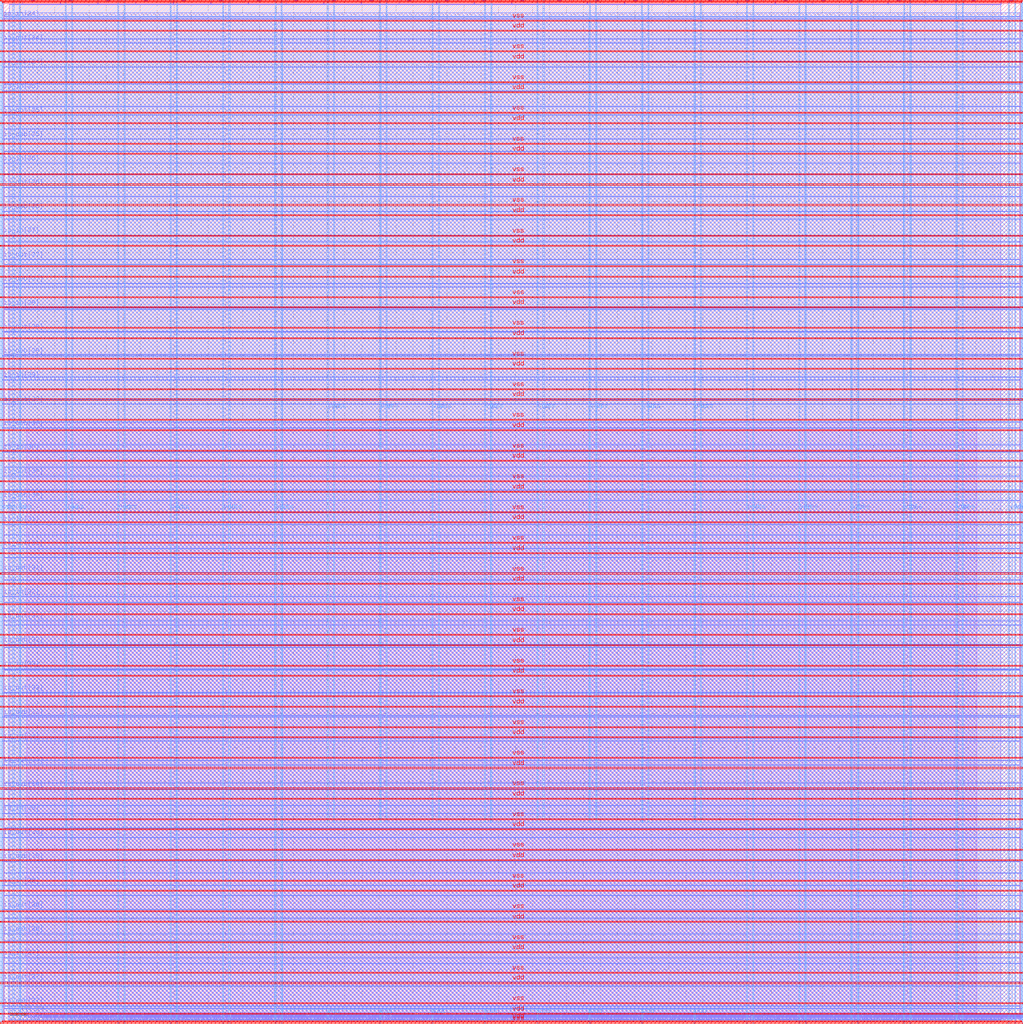
<source format=lef>
VERSION 5.7 ;
  NOWIREEXTENSIONATPIN ON ;
  DIVIDERCHAR "/" ;
  BUSBITCHARS "[]" ;
MACRO user_project_wrapper
  CLASS BLOCK ;
  FOREIGN user_project_wrapper ;
  ORIGIN 0.000 0.000 ;
  SIZE 2980.200 BY 2980.200 ;
  PIN io_in[0]
    DIRECTION INPUT ;
    USE SIGNAL ;
    PORT
      LAYER Metal3 ;
        RECT 2977.800 35.560 2985.000 36.680 ;
    END
  END io_in[0]
  PIN io_in[10]
    DIRECTION INPUT ;
    USE SIGNAL ;
    PORT
      LAYER Metal3 ;
        RECT 2977.800 2017.960 2985.000 2019.080 ;
    END
  END io_in[10]
  PIN io_in[11]
    DIRECTION INPUT ;
    USE SIGNAL ;
    PORT
      LAYER Metal3 ;
        RECT 2977.800 2216.200 2985.000 2217.320 ;
    END
  END io_in[11]
  PIN io_in[12]
    DIRECTION INPUT ;
    USE SIGNAL ;
    PORT
      LAYER Metal3 ;
        RECT 2977.800 2414.440 2985.000 2415.560 ;
    END
  END io_in[12]
  PIN io_in[13]
    DIRECTION INPUT ;
    USE SIGNAL ;
    PORT
      LAYER Metal3 ;
        RECT 2977.800 2612.680 2985.000 2613.800 ;
    END
  END io_in[13]
  PIN io_in[14]
    DIRECTION INPUT ;
    USE SIGNAL ;
    PORT
      LAYER Metal3 ;
        RECT 2977.800 2810.920 2985.000 2812.040 ;
    END
  END io_in[14]
  PIN io_in[15]
    DIRECTION INPUT ;
    USE SIGNAL ;
    PORT
      LAYER Metal2 ;
        RECT 2923.480 2977.800 2924.600 2985.000 ;
    END
  END io_in[15]
  PIN io_in[16]
    DIRECTION INPUT ;
    USE SIGNAL ;
    PORT
      LAYER Metal2 ;
        RECT 2592.520 2977.800 2593.640 2985.000 ;
    END
  END io_in[16]
  PIN io_in[17]
    DIRECTION INPUT ;
    USE SIGNAL ;
    PORT
      LAYER Metal2 ;
        RECT 2261.560 2977.800 2262.680 2985.000 ;
    END
  END io_in[17]
  PIN io_in[18]
    DIRECTION INPUT ;
    USE SIGNAL ;
    PORT
      LAYER Metal2 ;
        RECT 1930.600 2977.800 1931.720 2985.000 ;
    END
  END io_in[18]
  PIN io_in[19]
    DIRECTION INPUT ;
    USE SIGNAL ;
    PORT
      LAYER Metal2 ;
        RECT 1599.640 2977.800 1600.760 2985.000 ;
    END
  END io_in[19]
  PIN io_in[1]
    DIRECTION INPUT ;
    USE SIGNAL ;
    PORT
      LAYER Metal3 ;
        RECT 2977.800 233.800 2985.000 234.920 ;
    END
  END io_in[1]
  PIN io_in[20]
    DIRECTION INPUT ;
    USE SIGNAL ;
    PORT
      LAYER Metal2 ;
        RECT 1268.680 2977.800 1269.800 2985.000 ;
    END
  END io_in[20]
  PIN io_in[21]
    DIRECTION INPUT ;
    USE SIGNAL ;
    PORT
      LAYER Metal2 ;
        RECT 937.720 2977.800 938.840 2985.000 ;
    END
  END io_in[21]
  PIN io_in[22]
    DIRECTION INPUT ;
    USE SIGNAL ;
    PORT
      LAYER Metal2 ;
        RECT 606.760 2977.800 607.880 2985.000 ;
    END
  END io_in[22]
  PIN io_in[23]
    DIRECTION INPUT ;
    USE SIGNAL ;
    PORT
      LAYER Metal2 ;
        RECT 275.800 2977.800 276.920 2985.000 ;
    END
  END io_in[23]
  PIN io_in[24]
    DIRECTION INPUT ;
    USE SIGNAL ;
    PORT
      LAYER Metal3 ;
        RECT -4.800 2935.800 2.400 2936.920 ;
    END
  END io_in[24]
  PIN io_in[25]
    DIRECTION INPUT ;
    USE SIGNAL ;
    PORT
      LAYER Metal3 ;
        RECT -4.800 2724.120 2.400 2725.240 ;
    END
  END io_in[25]
  PIN io_in[26]
    DIRECTION INPUT ;
    USE SIGNAL ;
    PORT
      LAYER Metal3 ;
        RECT -4.800 2512.440 2.400 2513.560 ;
    END
  END io_in[26]
  PIN io_in[27]
    DIRECTION INPUT ;
    USE SIGNAL ;
    PORT
      LAYER Metal3 ;
        RECT -4.800 2300.760 2.400 2301.880 ;
    END
  END io_in[27]
  PIN io_in[28]
    DIRECTION INPUT ;
    USE SIGNAL ;
    PORT
      LAYER Metal3 ;
        RECT -4.800 2089.080 2.400 2090.200 ;
    END
  END io_in[28]
  PIN io_in[29]
    DIRECTION INPUT ;
    USE SIGNAL ;
    PORT
      LAYER Metal3 ;
        RECT -4.800 1877.400 2.400 1878.520 ;
    END
  END io_in[29]
  PIN io_in[2]
    DIRECTION INPUT ;
    USE SIGNAL ;
    PORT
      LAYER Metal3 ;
        RECT 2977.800 432.040 2985.000 433.160 ;
    END
  END io_in[2]
  PIN io_in[30]
    DIRECTION INPUT ;
    USE SIGNAL ;
    PORT
      LAYER Metal3 ;
        RECT -4.800 1665.720 2.400 1666.840 ;
    END
  END io_in[30]
  PIN io_in[31]
    DIRECTION INPUT ;
    USE SIGNAL ;
    PORT
      LAYER Metal3 ;
        RECT -4.800 1454.040 2.400 1455.160 ;
    END
  END io_in[31]
  PIN io_in[32]
    DIRECTION INPUT ;
    USE SIGNAL ;
    PORT
      LAYER Metal3 ;
        RECT -4.800 1242.360 2.400 1243.480 ;
    END
  END io_in[32]
  PIN io_in[33]
    DIRECTION INPUT ;
    USE SIGNAL ;
    PORT
      LAYER Metal3 ;
        RECT -4.800 1030.680 2.400 1031.800 ;
    END
  END io_in[33]
  PIN io_in[34]
    DIRECTION INPUT ;
    USE SIGNAL ;
    PORT
      LAYER Metal3 ;
        RECT -4.800 819.000 2.400 820.120 ;
    END
  END io_in[34]
  PIN io_in[35]
    DIRECTION INPUT ;
    USE SIGNAL ;
    PORT
      LAYER Metal3 ;
        RECT -4.800 607.320 2.400 608.440 ;
    END
  END io_in[35]
  PIN io_in[36]
    DIRECTION INPUT ;
    USE SIGNAL ;
    PORT
      LAYER Metal3 ;
        RECT -4.800 395.640 2.400 396.760 ;
    END
  END io_in[36]
  PIN io_in[37]
    DIRECTION INPUT ;
    USE SIGNAL ;
    PORT
      LAYER Metal3 ;
        RECT -4.800 183.960 2.400 185.080 ;
    END
  END io_in[37]
  PIN io_in[3]
    DIRECTION INPUT ;
    USE SIGNAL ;
    PORT
      LAYER Metal3 ;
        RECT 2977.800 630.280 2985.000 631.400 ;
    END
  END io_in[3]
  PIN io_in[4]
    DIRECTION INPUT ;
    USE SIGNAL ;
    PORT
      LAYER Metal3 ;
        RECT 2977.800 828.520 2985.000 829.640 ;
    END
  END io_in[4]
  PIN io_in[5]
    DIRECTION INPUT ;
    USE SIGNAL ;
    PORT
      LAYER Metal3 ;
        RECT 2977.800 1026.760 2985.000 1027.880 ;
    END
  END io_in[5]
  PIN io_in[6]
    DIRECTION INPUT ;
    USE SIGNAL ;
    PORT
      LAYER Metal3 ;
        RECT 2977.800 1225.000 2985.000 1226.120 ;
    END
  END io_in[6]
  PIN io_in[7]
    DIRECTION INPUT ;
    USE SIGNAL ;
    PORT
      LAYER Metal3 ;
        RECT 2977.800 1423.240 2985.000 1424.360 ;
    END
  END io_in[7]
  PIN io_in[8]
    DIRECTION INPUT ;
    USE SIGNAL ;
    PORT
      LAYER Metal3 ;
        RECT 2977.800 1621.480 2985.000 1622.600 ;
    END
  END io_in[8]
  PIN io_in[9]
    DIRECTION INPUT ;
    USE SIGNAL ;
    PORT
      LAYER Metal3 ;
        RECT 2977.800 1819.720 2985.000 1820.840 ;
    END
  END io_in[9]
  PIN io_oeb[0]
    DIRECTION OUTPUT TRISTATE ;
    USE SIGNAL ;
    PORT
      LAYER Metal3 ;
        RECT 2977.800 167.720 2985.000 168.840 ;
    END
  END io_oeb[0]
  PIN io_oeb[10]
    DIRECTION OUTPUT TRISTATE ;
    USE SIGNAL ;
    PORT
      LAYER Metal3 ;
        RECT 2977.800 2150.120 2985.000 2151.240 ;
    END
  END io_oeb[10]
  PIN io_oeb[11]
    DIRECTION OUTPUT TRISTATE ;
    USE SIGNAL ;
    PORT
      LAYER Metal3 ;
        RECT 2977.800 2348.360 2985.000 2349.480 ;
    END
  END io_oeb[11]
  PIN io_oeb[12]
    DIRECTION OUTPUT TRISTATE ;
    USE SIGNAL ;
    PORT
      LAYER Metal3 ;
        RECT 2977.800 2546.600 2985.000 2547.720 ;
    END
  END io_oeb[12]
  PIN io_oeb[13]
    DIRECTION OUTPUT TRISTATE ;
    USE SIGNAL ;
    PORT
      LAYER Metal3 ;
        RECT 2977.800 2744.840 2985.000 2745.960 ;
    END
  END io_oeb[13]
  PIN io_oeb[14]
    DIRECTION OUTPUT TRISTATE ;
    USE SIGNAL ;
    PORT
      LAYER Metal3 ;
        RECT 2977.800 2943.080 2985.000 2944.200 ;
    END
  END io_oeb[14]
  PIN io_oeb[15]
    DIRECTION OUTPUT TRISTATE ;
    USE SIGNAL ;
    PORT
      LAYER Metal2 ;
        RECT 2702.840 2977.800 2703.960 2985.000 ;
    END
  END io_oeb[15]
  PIN io_oeb[16]
    DIRECTION OUTPUT TRISTATE ;
    USE SIGNAL ;
    PORT
      LAYER Metal2 ;
        RECT 2371.880 2977.800 2373.000 2985.000 ;
    END
  END io_oeb[16]
  PIN io_oeb[17]
    DIRECTION OUTPUT TRISTATE ;
    USE SIGNAL ;
    PORT
      LAYER Metal2 ;
        RECT 2040.920 2977.800 2042.040 2985.000 ;
    END
  END io_oeb[17]
  PIN io_oeb[18]
    DIRECTION OUTPUT TRISTATE ;
    USE SIGNAL ;
    PORT
      LAYER Metal2 ;
        RECT 1709.960 2977.800 1711.080 2985.000 ;
    END
  END io_oeb[18]
  PIN io_oeb[19]
    DIRECTION OUTPUT TRISTATE ;
    USE SIGNAL ;
    PORT
      LAYER Metal2 ;
        RECT 1379.000 2977.800 1380.120 2985.000 ;
    END
  END io_oeb[19]
  PIN io_oeb[1]
    DIRECTION OUTPUT TRISTATE ;
    USE SIGNAL ;
    PORT
      LAYER Metal3 ;
        RECT 2977.800 365.960 2985.000 367.080 ;
    END
  END io_oeb[1]
  PIN io_oeb[20]
    DIRECTION OUTPUT TRISTATE ;
    USE SIGNAL ;
    PORT
      LAYER Metal2 ;
        RECT 1048.040 2977.800 1049.160 2985.000 ;
    END
  END io_oeb[20]
  PIN io_oeb[21]
    DIRECTION OUTPUT TRISTATE ;
    USE SIGNAL ;
    PORT
      LAYER Metal2 ;
        RECT 717.080 2977.800 718.200 2985.000 ;
    END
  END io_oeb[21]
  PIN io_oeb[22]
    DIRECTION OUTPUT TRISTATE ;
    USE SIGNAL ;
    PORT
      LAYER Metal2 ;
        RECT 386.120 2977.800 387.240 2985.000 ;
    END
  END io_oeb[22]
  PIN io_oeb[23]
    DIRECTION OUTPUT TRISTATE ;
    USE SIGNAL ;
    PORT
      LAYER Metal2 ;
        RECT 55.160 2977.800 56.280 2985.000 ;
    END
  END io_oeb[23]
  PIN io_oeb[24]
    DIRECTION OUTPUT TRISTATE ;
    USE SIGNAL ;
    PORT
      LAYER Metal3 ;
        RECT -4.800 2794.680 2.400 2795.800 ;
    END
  END io_oeb[24]
  PIN io_oeb[25]
    DIRECTION OUTPUT TRISTATE ;
    USE SIGNAL ;
    PORT
      LAYER Metal3 ;
        RECT -4.800 2583.000 2.400 2584.120 ;
    END
  END io_oeb[25]
  PIN io_oeb[26]
    DIRECTION OUTPUT TRISTATE ;
    USE SIGNAL ;
    PORT
      LAYER Metal3 ;
        RECT -4.800 2371.320 2.400 2372.440 ;
    END
  END io_oeb[26]
  PIN io_oeb[27]
    DIRECTION OUTPUT TRISTATE ;
    USE SIGNAL ;
    PORT
      LAYER Metal3 ;
        RECT -4.800 2159.640 2.400 2160.760 ;
    END
  END io_oeb[27]
  PIN io_oeb[28]
    DIRECTION OUTPUT TRISTATE ;
    USE SIGNAL ;
    PORT
      LAYER Metal3 ;
        RECT -4.800 1947.960 2.400 1949.080 ;
    END
  END io_oeb[28]
  PIN io_oeb[29]
    DIRECTION OUTPUT TRISTATE ;
    USE SIGNAL ;
    PORT
      LAYER Metal3 ;
        RECT -4.800 1736.280 2.400 1737.400 ;
    END
  END io_oeb[29]
  PIN io_oeb[2]
    DIRECTION OUTPUT TRISTATE ;
    USE SIGNAL ;
    PORT
      LAYER Metal3 ;
        RECT 2977.800 564.200 2985.000 565.320 ;
    END
  END io_oeb[2]
  PIN io_oeb[30]
    DIRECTION OUTPUT TRISTATE ;
    USE SIGNAL ;
    PORT
      LAYER Metal3 ;
        RECT -4.800 1524.600 2.400 1525.720 ;
    END
  END io_oeb[30]
  PIN io_oeb[31]
    DIRECTION OUTPUT TRISTATE ;
    USE SIGNAL ;
    PORT
      LAYER Metal3 ;
        RECT -4.800 1312.920 2.400 1314.040 ;
    END
  END io_oeb[31]
  PIN io_oeb[32]
    DIRECTION OUTPUT TRISTATE ;
    USE SIGNAL ;
    PORT
      LAYER Metal3 ;
        RECT -4.800 1101.240 2.400 1102.360 ;
    END
  END io_oeb[32]
  PIN io_oeb[33]
    DIRECTION OUTPUT TRISTATE ;
    USE SIGNAL ;
    PORT
      LAYER Metal3 ;
        RECT -4.800 889.560 2.400 890.680 ;
    END
  END io_oeb[33]
  PIN io_oeb[34]
    DIRECTION OUTPUT TRISTATE ;
    USE SIGNAL ;
    PORT
      LAYER Metal3 ;
        RECT -4.800 677.880 2.400 679.000 ;
    END
  END io_oeb[34]
  PIN io_oeb[35]
    DIRECTION OUTPUT TRISTATE ;
    USE SIGNAL ;
    PORT
      LAYER Metal3 ;
        RECT -4.800 466.200 2.400 467.320 ;
    END
  END io_oeb[35]
  PIN io_oeb[36]
    DIRECTION OUTPUT TRISTATE ;
    USE SIGNAL ;
    PORT
      LAYER Metal3 ;
        RECT -4.800 254.520 2.400 255.640 ;
    END
  END io_oeb[36]
  PIN io_oeb[37]
    DIRECTION OUTPUT TRISTATE ;
    USE SIGNAL ;
    PORT
      LAYER Metal3 ;
        RECT -4.800 42.840 2.400 43.960 ;
    END
  END io_oeb[37]
  PIN io_oeb[3]
    DIRECTION OUTPUT TRISTATE ;
    USE SIGNAL ;
    PORT
      LAYER Metal3 ;
        RECT 2977.800 762.440 2985.000 763.560 ;
    END
  END io_oeb[3]
  PIN io_oeb[4]
    DIRECTION OUTPUT TRISTATE ;
    USE SIGNAL ;
    PORT
      LAYER Metal3 ;
        RECT 2977.800 960.680 2985.000 961.800 ;
    END
  END io_oeb[4]
  PIN io_oeb[5]
    DIRECTION OUTPUT TRISTATE ;
    USE SIGNAL ;
    PORT
      LAYER Metal3 ;
        RECT 2977.800 1158.920 2985.000 1160.040 ;
    END
  END io_oeb[5]
  PIN io_oeb[6]
    DIRECTION OUTPUT TRISTATE ;
    USE SIGNAL ;
    PORT
      LAYER Metal3 ;
        RECT 2977.800 1357.160 2985.000 1358.280 ;
    END
  END io_oeb[6]
  PIN io_oeb[7]
    DIRECTION OUTPUT TRISTATE ;
    USE SIGNAL ;
    PORT
      LAYER Metal3 ;
        RECT 2977.800 1555.400 2985.000 1556.520 ;
    END
  END io_oeb[7]
  PIN io_oeb[8]
    DIRECTION OUTPUT TRISTATE ;
    USE SIGNAL ;
    PORT
      LAYER Metal3 ;
        RECT 2977.800 1753.640 2985.000 1754.760 ;
    END
  END io_oeb[8]
  PIN io_oeb[9]
    DIRECTION OUTPUT TRISTATE ;
    USE SIGNAL ;
    PORT
      LAYER Metal3 ;
        RECT 2977.800 1951.880 2985.000 1953.000 ;
    END
  END io_oeb[9]
  PIN io_out[0]
    DIRECTION OUTPUT TRISTATE ;
    USE SIGNAL ;
    PORT
      LAYER Metal3 ;
        RECT 2977.800 101.640 2985.000 102.760 ;
    END
  END io_out[0]
  PIN io_out[10]
    DIRECTION OUTPUT TRISTATE ;
    USE SIGNAL ;
    PORT
      LAYER Metal3 ;
        RECT 2977.800 2084.040 2985.000 2085.160 ;
    END
  END io_out[10]
  PIN io_out[11]
    DIRECTION OUTPUT TRISTATE ;
    USE SIGNAL ;
    PORT
      LAYER Metal3 ;
        RECT 2977.800 2282.280 2985.000 2283.400 ;
    END
  END io_out[11]
  PIN io_out[12]
    DIRECTION OUTPUT TRISTATE ;
    USE SIGNAL ;
    PORT
      LAYER Metal3 ;
        RECT 2977.800 2480.520 2985.000 2481.640 ;
    END
  END io_out[12]
  PIN io_out[13]
    DIRECTION OUTPUT TRISTATE ;
    USE SIGNAL ;
    PORT
      LAYER Metal3 ;
        RECT 2977.800 2678.760 2985.000 2679.880 ;
    END
  END io_out[13]
  PIN io_out[14]
    DIRECTION OUTPUT TRISTATE ;
    USE SIGNAL ;
    PORT
      LAYER Metal3 ;
        RECT 2977.800 2877.000 2985.000 2878.120 ;
    END
  END io_out[14]
  PIN io_out[15]
    DIRECTION OUTPUT TRISTATE ;
    USE SIGNAL ;
    PORT
      LAYER Metal2 ;
        RECT 2813.160 2977.800 2814.280 2985.000 ;
    END
  END io_out[15]
  PIN io_out[16]
    DIRECTION OUTPUT TRISTATE ;
    USE SIGNAL ;
    PORT
      LAYER Metal2 ;
        RECT 2482.200 2977.800 2483.320 2985.000 ;
    END
  END io_out[16]
  PIN io_out[17]
    DIRECTION OUTPUT TRISTATE ;
    USE SIGNAL ;
    PORT
      LAYER Metal2 ;
        RECT 2151.240 2977.800 2152.360 2985.000 ;
    END
  END io_out[17]
  PIN io_out[18]
    DIRECTION OUTPUT TRISTATE ;
    USE SIGNAL ;
    PORT
      LAYER Metal2 ;
        RECT 1820.280 2977.800 1821.400 2985.000 ;
    END
  END io_out[18]
  PIN io_out[19]
    DIRECTION OUTPUT TRISTATE ;
    USE SIGNAL ;
    PORT
      LAYER Metal2 ;
        RECT 1489.320 2977.800 1490.440 2985.000 ;
    END
  END io_out[19]
  PIN io_out[1]
    DIRECTION OUTPUT TRISTATE ;
    USE SIGNAL ;
    PORT
      LAYER Metal3 ;
        RECT 2977.800 299.880 2985.000 301.000 ;
    END
  END io_out[1]
  PIN io_out[20]
    DIRECTION OUTPUT TRISTATE ;
    USE SIGNAL ;
    PORT
      LAYER Metal2 ;
        RECT 1158.360 2977.800 1159.480 2985.000 ;
    END
  END io_out[20]
  PIN io_out[21]
    DIRECTION OUTPUT TRISTATE ;
    USE SIGNAL ;
    PORT
      LAYER Metal2 ;
        RECT 827.400 2977.800 828.520 2985.000 ;
    END
  END io_out[21]
  PIN io_out[22]
    DIRECTION OUTPUT TRISTATE ;
    USE SIGNAL ;
    PORT
      LAYER Metal2 ;
        RECT 496.440 2977.800 497.560 2985.000 ;
    END
  END io_out[22]
  PIN io_out[23]
    DIRECTION OUTPUT TRISTATE ;
    USE SIGNAL ;
    PORT
      LAYER Metal2 ;
        RECT 165.480 2977.800 166.600 2985.000 ;
    END
  END io_out[23]
  PIN io_out[24]
    DIRECTION OUTPUT TRISTATE ;
    USE SIGNAL ;
    PORT
      LAYER Metal3 ;
        RECT -4.800 2865.240 2.400 2866.360 ;
    END
  END io_out[24]
  PIN io_out[25]
    DIRECTION OUTPUT TRISTATE ;
    USE SIGNAL ;
    PORT
      LAYER Metal3 ;
        RECT -4.800 2653.560 2.400 2654.680 ;
    END
  END io_out[25]
  PIN io_out[26]
    DIRECTION OUTPUT TRISTATE ;
    USE SIGNAL ;
    PORT
      LAYER Metal3 ;
        RECT -4.800 2441.880 2.400 2443.000 ;
    END
  END io_out[26]
  PIN io_out[27]
    DIRECTION OUTPUT TRISTATE ;
    USE SIGNAL ;
    PORT
      LAYER Metal3 ;
        RECT -4.800 2230.200 2.400 2231.320 ;
    END
  END io_out[27]
  PIN io_out[28]
    DIRECTION OUTPUT TRISTATE ;
    USE SIGNAL ;
    PORT
      LAYER Metal3 ;
        RECT -4.800 2018.520 2.400 2019.640 ;
    END
  END io_out[28]
  PIN io_out[29]
    DIRECTION OUTPUT TRISTATE ;
    USE SIGNAL ;
    PORT
      LAYER Metal3 ;
        RECT -4.800 1806.840 2.400 1807.960 ;
    END
  END io_out[29]
  PIN io_out[2]
    DIRECTION OUTPUT TRISTATE ;
    USE SIGNAL ;
    PORT
      LAYER Metal3 ;
        RECT 2977.800 498.120 2985.000 499.240 ;
    END
  END io_out[2]
  PIN io_out[30]
    DIRECTION OUTPUT TRISTATE ;
    USE SIGNAL ;
    PORT
      LAYER Metal3 ;
        RECT -4.800 1595.160 2.400 1596.280 ;
    END
  END io_out[30]
  PIN io_out[31]
    DIRECTION OUTPUT TRISTATE ;
    USE SIGNAL ;
    PORT
      LAYER Metal3 ;
        RECT -4.800 1383.480 2.400 1384.600 ;
    END
  END io_out[31]
  PIN io_out[32]
    DIRECTION OUTPUT TRISTATE ;
    USE SIGNAL ;
    PORT
      LAYER Metal3 ;
        RECT -4.800 1171.800 2.400 1172.920 ;
    END
  END io_out[32]
  PIN io_out[33]
    DIRECTION OUTPUT TRISTATE ;
    USE SIGNAL ;
    PORT
      LAYER Metal3 ;
        RECT -4.800 960.120 2.400 961.240 ;
    END
  END io_out[33]
  PIN io_out[34]
    DIRECTION OUTPUT TRISTATE ;
    USE SIGNAL ;
    PORT
      LAYER Metal3 ;
        RECT -4.800 748.440 2.400 749.560 ;
    END
  END io_out[34]
  PIN io_out[35]
    DIRECTION OUTPUT TRISTATE ;
    USE SIGNAL ;
    PORT
      LAYER Metal3 ;
        RECT -4.800 536.760 2.400 537.880 ;
    END
  END io_out[35]
  PIN io_out[36]
    DIRECTION OUTPUT TRISTATE ;
    USE SIGNAL ;
    PORT
      LAYER Metal3 ;
        RECT -4.800 325.080 2.400 326.200 ;
    END
  END io_out[36]
  PIN io_out[37]
    DIRECTION OUTPUT TRISTATE ;
    USE SIGNAL ;
    PORT
      LAYER Metal3 ;
        RECT -4.800 113.400 2.400 114.520 ;
    END
  END io_out[37]
  PIN io_out[3]
    DIRECTION OUTPUT TRISTATE ;
    USE SIGNAL ;
    PORT
      LAYER Metal3 ;
        RECT 2977.800 696.360 2985.000 697.480 ;
    END
  END io_out[3]
  PIN io_out[4]
    DIRECTION OUTPUT TRISTATE ;
    USE SIGNAL ;
    PORT
      LAYER Metal3 ;
        RECT 2977.800 894.600 2985.000 895.720 ;
    END
  END io_out[4]
  PIN io_out[5]
    DIRECTION OUTPUT TRISTATE ;
    USE SIGNAL ;
    PORT
      LAYER Metal3 ;
        RECT 2977.800 1092.840 2985.000 1093.960 ;
    END
  END io_out[5]
  PIN io_out[6]
    DIRECTION OUTPUT TRISTATE ;
    USE SIGNAL ;
    PORT
      LAYER Metal3 ;
        RECT 2977.800 1291.080 2985.000 1292.200 ;
    END
  END io_out[6]
  PIN io_out[7]
    DIRECTION OUTPUT TRISTATE ;
    USE SIGNAL ;
    PORT
      LAYER Metal3 ;
        RECT 2977.800 1489.320 2985.000 1490.440 ;
    END
  END io_out[7]
  PIN io_out[8]
    DIRECTION OUTPUT TRISTATE ;
    USE SIGNAL ;
    PORT
      LAYER Metal3 ;
        RECT 2977.800 1687.560 2985.000 1688.680 ;
    END
  END io_out[8]
  PIN io_out[9]
    DIRECTION OUTPUT TRISTATE ;
    USE SIGNAL ;
    PORT
      LAYER Metal3 ;
        RECT 2977.800 1885.800 2985.000 1886.920 ;
    END
  END io_out[9]
  PIN la_data_in[0]
    DIRECTION INPUT ;
    USE SIGNAL ;
    PORT
      LAYER Metal2 ;
        RECT 1065.960 -4.800 1067.080 2.400 ;
    END
  END la_data_in[0]
  PIN la_data_in[10]
    DIRECTION INPUT ;
    USE SIGNAL ;
    PORT
      LAYER Metal2 ;
        RECT 1351.560 -4.800 1352.680 2.400 ;
    END
  END la_data_in[10]
  PIN la_data_in[11]
    DIRECTION INPUT ;
    USE SIGNAL ;
    PORT
      LAYER Metal2 ;
        RECT 1380.120 -4.800 1381.240 2.400 ;
    END
  END la_data_in[11]
  PIN la_data_in[12]
    DIRECTION INPUT ;
    USE SIGNAL ;
    PORT
      LAYER Metal2 ;
        RECT 1408.680 -4.800 1409.800 2.400 ;
    END
  END la_data_in[12]
  PIN la_data_in[13]
    DIRECTION INPUT ;
    USE SIGNAL ;
    PORT
      LAYER Metal2 ;
        RECT 1437.240 -4.800 1438.360 2.400 ;
    END
  END la_data_in[13]
  PIN la_data_in[14]
    DIRECTION INPUT ;
    USE SIGNAL ;
    PORT
      LAYER Metal2 ;
        RECT 1465.800 -4.800 1466.920 2.400 ;
    END
  END la_data_in[14]
  PIN la_data_in[15]
    DIRECTION INPUT ;
    USE SIGNAL ;
    PORT
      LAYER Metal2 ;
        RECT 1494.360 -4.800 1495.480 2.400 ;
    END
  END la_data_in[15]
  PIN la_data_in[16]
    DIRECTION INPUT ;
    USE SIGNAL ;
    PORT
      LAYER Metal2 ;
        RECT 1522.920 -4.800 1524.040 2.400 ;
    END
  END la_data_in[16]
  PIN la_data_in[17]
    DIRECTION INPUT ;
    USE SIGNAL ;
    PORT
      LAYER Metal2 ;
        RECT 1551.480 -4.800 1552.600 2.400 ;
    END
  END la_data_in[17]
  PIN la_data_in[18]
    DIRECTION INPUT ;
    USE SIGNAL ;
    PORT
      LAYER Metal2 ;
        RECT 1580.040 -4.800 1581.160 2.400 ;
    END
  END la_data_in[18]
  PIN la_data_in[19]
    DIRECTION INPUT ;
    USE SIGNAL ;
    PORT
      LAYER Metal2 ;
        RECT 1608.600 -4.800 1609.720 2.400 ;
    END
  END la_data_in[19]
  PIN la_data_in[1]
    DIRECTION INPUT ;
    USE SIGNAL ;
    PORT
      LAYER Metal2 ;
        RECT 1094.520 -4.800 1095.640 2.400 ;
    END
  END la_data_in[1]
  PIN la_data_in[20]
    DIRECTION INPUT ;
    USE SIGNAL ;
    PORT
      LAYER Metal2 ;
        RECT 1637.160 -4.800 1638.280 2.400 ;
    END
  END la_data_in[20]
  PIN la_data_in[21]
    DIRECTION INPUT ;
    USE SIGNAL ;
    PORT
      LAYER Metal2 ;
        RECT 1665.720 -4.800 1666.840 2.400 ;
    END
  END la_data_in[21]
  PIN la_data_in[22]
    DIRECTION INPUT ;
    USE SIGNAL ;
    PORT
      LAYER Metal2 ;
        RECT 1694.280 -4.800 1695.400 2.400 ;
    END
  END la_data_in[22]
  PIN la_data_in[23]
    DIRECTION INPUT ;
    USE SIGNAL ;
    PORT
      LAYER Metal2 ;
        RECT 1722.840 -4.800 1723.960 2.400 ;
    END
  END la_data_in[23]
  PIN la_data_in[24]
    DIRECTION INPUT ;
    USE SIGNAL ;
    PORT
      LAYER Metal2 ;
        RECT 1751.400 -4.800 1752.520 2.400 ;
    END
  END la_data_in[24]
  PIN la_data_in[25]
    DIRECTION INPUT ;
    USE SIGNAL ;
    PORT
      LAYER Metal2 ;
        RECT 1779.960 -4.800 1781.080 2.400 ;
    END
  END la_data_in[25]
  PIN la_data_in[26]
    DIRECTION INPUT ;
    USE SIGNAL ;
    PORT
      LAYER Metal2 ;
        RECT 1808.520 -4.800 1809.640 2.400 ;
    END
  END la_data_in[26]
  PIN la_data_in[27]
    DIRECTION INPUT ;
    USE SIGNAL ;
    PORT
      LAYER Metal2 ;
        RECT 1837.080 -4.800 1838.200 2.400 ;
    END
  END la_data_in[27]
  PIN la_data_in[28]
    DIRECTION INPUT ;
    USE SIGNAL ;
    PORT
      LAYER Metal2 ;
        RECT 1865.640 -4.800 1866.760 2.400 ;
    END
  END la_data_in[28]
  PIN la_data_in[29]
    DIRECTION INPUT ;
    USE SIGNAL ;
    PORT
      LAYER Metal2 ;
        RECT 1894.200 -4.800 1895.320 2.400 ;
    END
  END la_data_in[29]
  PIN la_data_in[2]
    DIRECTION INPUT ;
    USE SIGNAL ;
    PORT
      LAYER Metal2 ;
        RECT 1123.080 -4.800 1124.200 2.400 ;
    END
  END la_data_in[2]
  PIN la_data_in[30]
    DIRECTION INPUT ;
    USE SIGNAL ;
    PORT
      LAYER Metal2 ;
        RECT 1922.760 -4.800 1923.880 2.400 ;
    END
  END la_data_in[30]
  PIN la_data_in[31]
    DIRECTION INPUT ;
    USE SIGNAL ;
    PORT
      LAYER Metal2 ;
        RECT 1951.320 -4.800 1952.440 2.400 ;
    END
  END la_data_in[31]
  PIN la_data_in[32]
    DIRECTION INPUT ;
    USE SIGNAL ;
    PORT
      LAYER Metal2 ;
        RECT 1979.880 -4.800 1981.000 2.400 ;
    END
  END la_data_in[32]
  PIN la_data_in[33]
    DIRECTION INPUT ;
    USE SIGNAL ;
    PORT
      LAYER Metal2 ;
        RECT 2008.440 -4.800 2009.560 2.400 ;
    END
  END la_data_in[33]
  PIN la_data_in[34]
    DIRECTION INPUT ;
    USE SIGNAL ;
    PORT
      LAYER Metal2 ;
        RECT 2037.000 -4.800 2038.120 2.400 ;
    END
  END la_data_in[34]
  PIN la_data_in[35]
    DIRECTION INPUT ;
    USE SIGNAL ;
    PORT
      LAYER Metal2 ;
        RECT 2065.560 -4.800 2066.680 2.400 ;
    END
  END la_data_in[35]
  PIN la_data_in[36]
    DIRECTION INPUT ;
    USE SIGNAL ;
    PORT
      LAYER Metal2 ;
        RECT 2094.120 -4.800 2095.240 2.400 ;
    END
  END la_data_in[36]
  PIN la_data_in[37]
    DIRECTION INPUT ;
    USE SIGNAL ;
    PORT
      LAYER Metal2 ;
        RECT 2122.680 -4.800 2123.800 2.400 ;
    END
  END la_data_in[37]
  PIN la_data_in[38]
    DIRECTION INPUT ;
    USE SIGNAL ;
    PORT
      LAYER Metal2 ;
        RECT 2151.240 -4.800 2152.360 2.400 ;
    END
  END la_data_in[38]
  PIN la_data_in[39]
    DIRECTION INPUT ;
    USE SIGNAL ;
    PORT
      LAYER Metal2 ;
        RECT 2179.800 -4.800 2180.920 2.400 ;
    END
  END la_data_in[39]
  PIN la_data_in[3]
    DIRECTION INPUT ;
    USE SIGNAL ;
    PORT
      LAYER Metal2 ;
        RECT 1151.640 -4.800 1152.760 2.400 ;
    END
  END la_data_in[3]
  PIN la_data_in[40]
    DIRECTION INPUT ;
    USE SIGNAL ;
    PORT
      LAYER Metal2 ;
        RECT 2208.360 -4.800 2209.480 2.400 ;
    END
  END la_data_in[40]
  PIN la_data_in[41]
    DIRECTION INPUT ;
    USE SIGNAL ;
    PORT
      LAYER Metal2 ;
        RECT 2236.920 -4.800 2238.040 2.400 ;
    END
  END la_data_in[41]
  PIN la_data_in[42]
    DIRECTION INPUT ;
    USE SIGNAL ;
    PORT
      LAYER Metal2 ;
        RECT 2265.480 -4.800 2266.600 2.400 ;
    END
  END la_data_in[42]
  PIN la_data_in[43]
    DIRECTION INPUT ;
    USE SIGNAL ;
    PORT
      LAYER Metal2 ;
        RECT 2294.040 -4.800 2295.160 2.400 ;
    END
  END la_data_in[43]
  PIN la_data_in[44]
    DIRECTION INPUT ;
    USE SIGNAL ;
    PORT
      LAYER Metal2 ;
        RECT 2322.600 -4.800 2323.720 2.400 ;
    END
  END la_data_in[44]
  PIN la_data_in[45]
    DIRECTION INPUT ;
    USE SIGNAL ;
    PORT
      LAYER Metal2 ;
        RECT 2351.160 -4.800 2352.280 2.400 ;
    END
  END la_data_in[45]
  PIN la_data_in[46]
    DIRECTION INPUT ;
    USE SIGNAL ;
    PORT
      LAYER Metal2 ;
        RECT 2379.720 -4.800 2380.840 2.400 ;
    END
  END la_data_in[46]
  PIN la_data_in[47]
    DIRECTION INPUT ;
    USE SIGNAL ;
    PORT
      LAYER Metal2 ;
        RECT 2408.280 -4.800 2409.400 2.400 ;
    END
  END la_data_in[47]
  PIN la_data_in[48]
    DIRECTION INPUT ;
    USE SIGNAL ;
    PORT
      LAYER Metal2 ;
        RECT 2436.840 -4.800 2437.960 2.400 ;
    END
  END la_data_in[48]
  PIN la_data_in[49]
    DIRECTION INPUT ;
    USE SIGNAL ;
    PORT
      LAYER Metal2 ;
        RECT 2465.400 -4.800 2466.520 2.400 ;
    END
  END la_data_in[49]
  PIN la_data_in[4]
    DIRECTION INPUT ;
    USE SIGNAL ;
    PORT
      LAYER Metal2 ;
        RECT 1180.200 -4.800 1181.320 2.400 ;
    END
  END la_data_in[4]
  PIN la_data_in[50]
    DIRECTION INPUT ;
    USE SIGNAL ;
    PORT
      LAYER Metal2 ;
        RECT 2493.960 -4.800 2495.080 2.400 ;
    END
  END la_data_in[50]
  PIN la_data_in[51]
    DIRECTION INPUT ;
    USE SIGNAL ;
    PORT
      LAYER Metal2 ;
        RECT 2522.520 -4.800 2523.640 2.400 ;
    END
  END la_data_in[51]
  PIN la_data_in[52]
    DIRECTION INPUT ;
    USE SIGNAL ;
    PORT
      LAYER Metal2 ;
        RECT 2551.080 -4.800 2552.200 2.400 ;
    END
  END la_data_in[52]
  PIN la_data_in[53]
    DIRECTION INPUT ;
    USE SIGNAL ;
    PORT
      LAYER Metal2 ;
        RECT 2579.640 -4.800 2580.760 2.400 ;
    END
  END la_data_in[53]
  PIN la_data_in[54]
    DIRECTION INPUT ;
    USE SIGNAL ;
    PORT
      LAYER Metal2 ;
        RECT 2608.200 -4.800 2609.320 2.400 ;
    END
  END la_data_in[54]
  PIN la_data_in[55]
    DIRECTION INPUT ;
    USE SIGNAL ;
    PORT
      LAYER Metal2 ;
        RECT 2636.760 -4.800 2637.880 2.400 ;
    END
  END la_data_in[55]
  PIN la_data_in[56]
    DIRECTION INPUT ;
    USE SIGNAL ;
    PORT
      LAYER Metal2 ;
        RECT 2665.320 -4.800 2666.440 2.400 ;
    END
  END la_data_in[56]
  PIN la_data_in[57]
    DIRECTION INPUT ;
    USE SIGNAL ;
    PORT
      LAYER Metal2 ;
        RECT 2693.880 -4.800 2695.000 2.400 ;
    END
  END la_data_in[57]
  PIN la_data_in[58]
    DIRECTION INPUT ;
    USE SIGNAL ;
    PORT
      LAYER Metal2 ;
        RECT 2722.440 -4.800 2723.560 2.400 ;
    END
  END la_data_in[58]
  PIN la_data_in[59]
    DIRECTION INPUT ;
    USE SIGNAL ;
    PORT
      LAYER Metal2 ;
        RECT 2751.000 -4.800 2752.120 2.400 ;
    END
  END la_data_in[59]
  PIN la_data_in[5]
    DIRECTION INPUT ;
    USE SIGNAL ;
    PORT
      LAYER Metal2 ;
        RECT 1208.760 -4.800 1209.880 2.400 ;
    END
  END la_data_in[5]
  PIN la_data_in[60]
    DIRECTION INPUT ;
    USE SIGNAL ;
    PORT
      LAYER Metal2 ;
        RECT 2779.560 -4.800 2780.680 2.400 ;
    END
  END la_data_in[60]
  PIN la_data_in[61]
    DIRECTION INPUT ;
    USE SIGNAL ;
    PORT
      LAYER Metal2 ;
        RECT 2808.120 -4.800 2809.240 2.400 ;
    END
  END la_data_in[61]
  PIN la_data_in[62]
    DIRECTION INPUT ;
    USE SIGNAL ;
    PORT
      LAYER Metal2 ;
        RECT 2836.680 -4.800 2837.800 2.400 ;
    END
  END la_data_in[62]
  PIN la_data_in[63]
    DIRECTION INPUT ;
    USE SIGNAL ;
    PORT
      LAYER Metal2 ;
        RECT 2865.240 -4.800 2866.360 2.400 ;
    END
  END la_data_in[63]
  PIN la_data_in[6]
    DIRECTION INPUT ;
    USE SIGNAL ;
    PORT
      LAYER Metal2 ;
        RECT 1237.320 -4.800 1238.440 2.400 ;
    END
  END la_data_in[6]
  PIN la_data_in[7]
    DIRECTION INPUT ;
    USE SIGNAL ;
    PORT
      LAYER Metal2 ;
        RECT 1265.880 -4.800 1267.000 2.400 ;
    END
  END la_data_in[7]
  PIN la_data_in[8]
    DIRECTION INPUT ;
    USE SIGNAL ;
    PORT
      LAYER Metal2 ;
        RECT 1294.440 -4.800 1295.560 2.400 ;
    END
  END la_data_in[8]
  PIN la_data_in[9]
    DIRECTION INPUT ;
    USE SIGNAL ;
    PORT
      LAYER Metal2 ;
        RECT 1323.000 -4.800 1324.120 2.400 ;
    END
  END la_data_in[9]
  PIN la_data_out[0]
    DIRECTION OUTPUT TRISTATE ;
    USE SIGNAL ;
    PORT
      LAYER Metal2 ;
        RECT 1075.480 -4.800 1076.600 2.400 ;
    END
  END la_data_out[0]
  PIN la_data_out[10]
    DIRECTION OUTPUT TRISTATE ;
    USE SIGNAL ;
    PORT
      LAYER Metal2 ;
        RECT 1361.080 -4.800 1362.200 2.400 ;
    END
  END la_data_out[10]
  PIN la_data_out[11]
    DIRECTION OUTPUT TRISTATE ;
    USE SIGNAL ;
    PORT
      LAYER Metal2 ;
        RECT 1389.640 -4.800 1390.760 2.400 ;
    END
  END la_data_out[11]
  PIN la_data_out[12]
    DIRECTION OUTPUT TRISTATE ;
    USE SIGNAL ;
    PORT
      LAYER Metal2 ;
        RECT 1418.200 -4.800 1419.320 2.400 ;
    END
  END la_data_out[12]
  PIN la_data_out[13]
    DIRECTION OUTPUT TRISTATE ;
    USE SIGNAL ;
    PORT
      LAYER Metal2 ;
        RECT 1446.760 -4.800 1447.880 2.400 ;
    END
  END la_data_out[13]
  PIN la_data_out[14]
    DIRECTION OUTPUT TRISTATE ;
    USE SIGNAL ;
    PORT
      LAYER Metal2 ;
        RECT 1475.320 -4.800 1476.440 2.400 ;
    END
  END la_data_out[14]
  PIN la_data_out[15]
    DIRECTION OUTPUT TRISTATE ;
    USE SIGNAL ;
    PORT
      LAYER Metal2 ;
        RECT 1503.880 -4.800 1505.000 2.400 ;
    END
  END la_data_out[15]
  PIN la_data_out[16]
    DIRECTION OUTPUT TRISTATE ;
    USE SIGNAL ;
    PORT
      LAYER Metal2 ;
        RECT 1532.440 -4.800 1533.560 2.400 ;
    END
  END la_data_out[16]
  PIN la_data_out[17]
    DIRECTION OUTPUT TRISTATE ;
    USE SIGNAL ;
    PORT
      LAYER Metal2 ;
        RECT 1561.000 -4.800 1562.120 2.400 ;
    END
  END la_data_out[17]
  PIN la_data_out[18]
    DIRECTION OUTPUT TRISTATE ;
    USE SIGNAL ;
    PORT
      LAYER Metal2 ;
        RECT 1589.560 -4.800 1590.680 2.400 ;
    END
  END la_data_out[18]
  PIN la_data_out[19]
    DIRECTION OUTPUT TRISTATE ;
    USE SIGNAL ;
    PORT
      LAYER Metal2 ;
        RECT 1618.120 -4.800 1619.240 2.400 ;
    END
  END la_data_out[19]
  PIN la_data_out[1]
    DIRECTION OUTPUT TRISTATE ;
    USE SIGNAL ;
    PORT
      LAYER Metal2 ;
        RECT 1104.040 -4.800 1105.160 2.400 ;
    END
  END la_data_out[1]
  PIN la_data_out[20]
    DIRECTION OUTPUT TRISTATE ;
    USE SIGNAL ;
    PORT
      LAYER Metal2 ;
        RECT 1646.680 -4.800 1647.800 2.400 ;
    END
  END la_data_out[20]
  PIN la_data_out[21]
    DIRECTION OUTPUT TRISTATE ;
    USE SIGNAL ;
    PORT
      LAYER Metal2 ;
        RECT 1675.240 -4.800 1676.360 2.400 ;
    END
  END la_data_out[21]
  PIN la_data_out[22]
    DIRECTION OUTPUT TRISTATE ;
    USE SIGNAL ;
    PORT
      LAYER Metal2 ;
        RECT 1703.800 -4.800 1704.920 2.400 ;
    END
  END la_data_out[22]
  PIN la_data_out[23]
    DIRECTION OUTPUT TRISTATE ;
    USE SIGNAL ;
    PORT
      LAYER Metal2 ;
        RECT 1732.360 -4.800 1733.480 2.400 ;
    END
  END la_data_out[23]
  PIN la_data_out[24]
    DIRECTION OUTPUT TRISTATE ;
    USE SIGNAL ;
    PORT
      LAYER Metal2 ;
        RECT 1760.920 -4.800 1762.040 2.400 ;
    END
  END la_data_out[24]
  PIN la_data_out[25]
    DIRECTION OUTPUT TRISTATE ;
    USE SIGNAL ;
    PORT
      LAYER Metal2 ;
        RECT 1789.480 -4.800 1790.600 2.400 ;
    END
  END la_data_out[25]
  PIN la_data_out[26]
    DIRECTION OUTPUT TRISTATE ;
    USE SIGNAL ;
    PORT
      LAYER Metal2 ;
        RECT 1818.040 -4.800 1819.160 2.400 ;
    END
  END la_data_out[26]
  PIN la_data_out[27]
    DIRECTION OUTPUT TRISTATE ;
    USE SIGNAL ;
    PORT
      LAYER Metal2 ;
        RECT 1846.600 -4.800 1847.720 2.400 ;
    END
  END la_data_out[27]
  PIN la_data_out[28]
    DIRECTION OUTPUT TRISTATE ;
    USE SIGNAL ;
    PORT
      LAYER Metal2 ;
        RECT 1875.160 -4.800 1876.280 2.400 ;
    END
  END la_data_out[28]
  PIN la_data_out[29]
    DIRECTION OUTPUT TRISTATE ;
    USE SIGNAL ;
    PORT
      LAYER Metal2 ;
        RECT 1903.720 -4.800 1904.840 2.400 ;
    END
  END la_data_out[29]
  PIN la_data_out[2]
    DIRECTION OUTPUT TRISTATE ;
    USE SIGNAL ;
    PORT
      LAYER Metal2 ;
        RECT 1132.600 -4.800 1133.720 2.400 ;
    END
  END la_data_out[2]
  PIN la_data_out[30]
    DIRECTION OUTPUT TRISTATE ;
    USE SIGNAL ;
    PORT
      LAYER Metal2 ;
        RECT 1932.280 -4.800 1933.400 2.400 ;
    END
  END la_data_out[30]
  PIN la_data_out[31]
    DIRECTION OUTPUT TRISTATE ;
    USE SIGNAL ;
    PORT
      LAYER Metal2 ;
        RECT 1960.840 -4.800 1961.960 2.400 ;
    END
  END la_data_out[31]
  PIN la_data_out[32]
    DIRECTION OUTPUT TRISTATE ;
    USE SIGNAL ;
    PORT
      LAYER Metal2 ;
        RECT 1989.400 -4.800 1990.520 2.400 ;
    END
  END la_data_out[32]
  PIN la_data_out[33]
    DIRECTION OUTPUT TRISTATE ;
    USE SIGNAL ;
    PORT
      LAYER Metal2 ;
        RECT 2017.960 -4.800 2019.080 2.400 ;
    END
  END la_data_out[33]
  PIN la_data_out[34]
    DIRECTION OUTPUT TRISTATE ;
    USE SIGNAL ;
    PORT
      LAYER Metal2 ;
        RECT 2046.520 -4.800 2047.640 2.400 ;
    END
  END la_data_out[34]
  PIN la_data_out[35]
    DIRECTION OUTPUT TRISTATE ;
    USE SIGNAL ;
    PORT
      LAYER Metal2 ;
        RECT 2075.080 -4.800 2076.200 2.400 ;
    END
  END la_data_out[35]
  PIN la_data_out[36]
    DIRECTION OUTPUT TRISTATE ;
    USE SIGNAL ;
    PORT
      LAYER Metal2 ;
        RECT 2103.640 -4.800 2104.760 2.400 ;
    END
  END la_data_out[36]
  PIN la_data_out[37]
    DIRECTION OUTPUT TRISTATE ;
    USE SIGNAL ;
    PORT
      LAYER Metal2 ;
        RECT 2132.200 -4.800 2133.320 2.400 ;
    END
  END la_data_out[37]
  PIN la_data_out[38]
    DIRECTION OUTPUT TRISTATE ;
    USE SIGNAL ;
    PORT
      LAYER Metal2 ;
        RECT 2160.760 -4.800 2161.880 2.400 ;
    END
  END la_data_out[38]
  PIN la_data_out[39]
    DIRECTION OUTPUT TRISTATE ;
    USE SIGNAL ;
    PORT
      LAYER Metal2 ;
        RECT 2189.320 -4.800 2190.440 2.400 ;
    END
  END la_data_out[39]
  PIN la_data_out[3]
    DIRECTION OUTPUT TRISTATE ;
    USE SIGNAL ;
    PORT
      LAYER Metal2 ;
        RECT 1161.160 -4.800 1162.280 2.400 ;
    END
  END la_data_out[3]
  PIN la_data_out[40]
    DIRECTION OUTPUT TRISTATE ;
    USE SIGNAL ;
    PORT
      LAYER Metal2 ;
        RECT 2217.880 -4.800 2219.000 2.400 ;
    END
  END la_data_out[40]
  PIN la_data_out[41]
    DIRECTION OUTPUT TRISTATE ;
    USE SIGNAL ;
    PORT
      LAYER Metal2 ;
        RECT 2246.440 -4.800 2247.560 2.400 ;
    END
  END la_data_out[41]
  PIN la_data_out[42]
    DIRECTION OUTPUT TRISTATE ;
    USE SIGNAL ;
    PORT
      LAYER Metal2 ;
        RECT 2275.000 -4.800 2276.120 2.400 ;
    END
  END la_data_out[42]
  PIN la_data_out[43]
    DIRECTION OUTPUT TRISTATE ;
    USE SIGNAL ;
    PORT
      LAYER Metal2 ;
        RECT 2303.560 -4.800 2304.680 2.400 ;
    END
  END la_data_out[43]
  PIN la_data_out[44]
    DIRECTION OUTPUT TRISTATE ;
    USE SIGNAL ;
    PORT
      LAYER Metal2 ;
        RECT 2332.120 -4.800 2333.240 2.400 ;
    END
  END la_data_out[44]
  PIN la_data_out[45]
    DIRECTION OUTPUT TRISTATE ;
    USE SIGNAL ;
    PORT
      LAYER Metal2 ;
        RECT 2360.680 -4.800 2361.800 2.400 ;
    END
  END la_data_out[45]
  PIN la_data_out[46]
    DIRECTION OUTPUT TRISTATE ;
    USE SIGNAL ;
    PORT
      LAYER Metal2 ;
        RECT 2389.240 -4.800 2390.360 2.400 ;
    END
  END la_data_out[46]
  PIN la_data_out[47]
    DIRECTION OUTPUT TRISTATE ;
    USE SIGNAL ;
    PORT
      LAYER Metal2 ;
        RECT 2417.800 -4.800 2418.920 2.400 ;
    END
  END la_data_out[47]
  PIN la_data_out[48]
    DIRECTION OUTPUT TRISTATE ;
    USE SIGNAL ;
    PORT
      LAYER Metal2 ;
        RECT 2446.360 -4.800 2447.480 2.400 ;
    END
  END la_data_out[48]
  PIN la_data_out[49]
    DIRECTION OUTPUT TRISTATE ;
    USE SIGNAL ;
    PORT
      LAYER Metal2 ;
        RECT 2474.920 -4.800 2476.040 2.400 ;
    END
  END la_data_out[49]
  PIN la_data_out[4]
    DIRECTION OUTPUT TRISTATE ;
    USE SIGNAL ;
    PORT
      LAYER Metal2 ;
        RECT 1189.720 -4.800 1190.840 2.400 ;
    END
  END la_data_out[4]
  PIN la_data_out[50]
    DIRECTION OUTPUT TRISTATE ;
    USE SIGNAL ;
    PORT
      LAYER Metal2 ;
        RECT 2503.480 -4.800 2504.600 2.400 ;
    END
  END la_data_out[50]
  PIN la_data_out[51]
    DIRECTION OUTPUT TRISTATE ;
    USE SIGNAL ;
    PORT
      LAYER Metal2 ;
        RECT 2532.040 -4.800 2533.160 2.400 ;
    END
  END la_data_out[51]
  PIN la_data_out[52]
    DIRECTION OUTPUT TRISTATE ;
    USE SIGNAL ;
    PORT
      LAYER Metal2 ;
        RECT 2560.600 -4.800 2561.720 2.400 ;
    END
  END la_data_out[52]
  PIN la_data_out[53]
    DIRECTION OUTPUT TRISTATE ;
    USE SIGNAL ;
    PORT
      LAYER Metal2 ;
        RECT 2589.160 -4.800 2590.280 2.400 ;
    END
  END la_data_out[53]
  PIN la_data_out[54]
    DIRECTION OUTPUT TRISTATE ;
    USE SIGNAL ;
    PORT
      LAYER Metal2 ;
        RECT 2617.720 -4.800 2618.840 2.400 ;
    END
  END la_data_out[54]
  PIN la_data_out[55]
    DIRECTION OUTPUT TRISTATE ;
    USE SIGNAL ;
    PORT
      LAYER Metal2 ;
        RECT 2646.280 -4.800 2647.400 2.400 ;
    END
  END la_data_out[55]
  PIN la_data_out[56]
    DIRECTION OUTPUT TRISTATE ;
    USE SIGNAL ;
    PORT
      LAYER Metal2 ;
        RECT 2674.840 -4.800 2675.960 2.400 ;
    END
  END la_data_out[56]
  PIN la_data_out[57]
    DIRECTION OUTPUT TRISTATE ;
    USE SIGNAL ;
    PORT
      LAYER Metal2 ;
        RECT 2703.400 -4.800 2704.520 2.400 ;
    END
  END la_data_out[57]
  PIN la_data_out[58]
    DIRECTION OUTPUT TRISTATE ;
    USE SIGNAL ;
    PORT
      LAYER Metal2 ;
        RECT 2731.960 -4.800 2733.080 2.400 ;
    END
  END la_data_out[58]
  PIN la_data_out[59]
    DIRECTION OUTPUT TRISTATE ;
    USE SIGNAL ;
    PORT
      LAYER Metal2 ;
        RECT 2760.520 -4.800 2761.640 2.400 ;
    END
  END la_data_out[59]
  PIN la_data_out[5]
    DIRECTION OUTPUT TRISTATE ;
    USE SIGNAL ;
    PORT
      LAYER Metal2 ;
        RECT 1218.280 -4.800 1219.400 2.400 ;
    END
  END la_data_out[5]
  PIN la_data_out[60]
    DIRECTION OUTPUT TRISTATE ;
    USE SIGNAL ;
    PORT
      LAYER Metal2 ;
        RECT 2789.080 -4.800 2790.200 2.400 ;
    END
  END la_data_out[60]
  PIN la_data_out[61]
    DIRECTION OUTPUT TRISTATE ;
    USE SIGNAL ;
    PORT
      LAYER Metal2 ;
        RECT 2817.640 -4.800 2818.760 2.400 ;
    END
  END la_data_out[61]
  PIN la_data_out[62]
    DIRECTION OUTPUT TRISTATE ;
    USE SIGNAL ;
    PORT
      LAYER Metal2 ;
        RECT 2846.200 -4.800 2847.320 2.400 ;
    END
  END la_data_out[62]
  PIN la_data_out[63]
    DIRECTION OUTPUT TRISTATE ;
    USE SIGNAL ;
    PORT
      LAYER Metal2 ;
        RECT 2874.760 -4.800 2875.880 2.400 ;
    END
  END la_data_out[63]
  PIN la_data_out[6]
    DIRECTION OUTPUT TRISTATE ;
    USE SIGNAL ;
    PORT
      LAYER Metal2 ;
        RECT 1246.840 -4.800 1247.960 2.400 ;
    END
  END la_data_out[6]
  PIN la_data_out[7]
    DIRECTION OUTPUT TRISTATE ;
    USE SIGNAL ;
    PORT
      LAYER Metal2 ;
        RECT 1275.400 -4.800 1276.520 2.400 ;
    END
  END la_data_out[7]
  PIN la_data_out[8]
    DIRECTION OUTPUT TRISTATE ;
    USE SIGNAL ;
    PORT
      LAYER Metal2 ;
        RECT 1303.960 -4.800 1305.080 2.400 ;
    END
  END la_data_out[8]
  PIN la_data_out[9]
    DIRECTION OUTPUT TRISTATE ;
    USE SIGNAL ;
    PORT
      LAYER Metal2 ;
        RECT 1332.520 -4.800 1333.640 2.400 ;
    END
  END la_data_out[9]
  PIN la_oenb[0]
    DIRECTION INPUT ;
    USE SIGNAL ;
    PORT
      LAYER Metal2 ;
        RECT 1085.000 -4.800 1086.120 2.400 ;
    END
  END la_oenb[0]
  PIN la_oenb[10]
    DIRECTION INPUT ;
    USE SIGNAL ;
    PORT
      LAYER Metal2 ;
        RECT 1370.600 -4.800 1371.720 2.400 ;
    END
  END la_oenb[10]
  PIN la_oenb[11]
    DIRECTION INPUT ;
    USE SIGNAL ;
    PORT
      LAYER Metal2 ;
        RECT 1399.160 -4.800 1400.280 2.400 ;
    END
  END la_oenb[11]
  PIN la_oenb[12]
    DIRECTION INPUT ;
    USE SIGNAL ;
    PORT
      LAYER Metal2 ;
        RECT 1427.720 -4.800 1428.840 2.400 ;
    END
  END la_oenb[12]
  PIN la_oenb[13]
    DIRECTION INPUT ;
    USE SIGNAL ;
    PORT
      LAYER Metal2 ;
        RECT 1456.280 -4.800 1457.400 2.400 ;
    END
  END la_oenb[13]
  PIN la_oenb[14]
    DIRECTION INPUT ;
    USE SIGNAL ;
    PORT
      LAYER Metal2 ;
        RECT 1484.840 -4.800 1485.960 2.400 ;
    END
  END la_oenb[14]
  PIN la_oenb[15]
    DIRECTION INPUT ;
    USE SIGNAL ;
    PORT
      LAYER Metal2 ;
        RECT 1513.400 -4.800 1514.520 2.400 ;
    END
  END la_oenb[15]
  PIN la_oenb[16]
    DIRECTION INPUT ;
    USE SIGNAL ;
    PORT
      LAYER Metal2 ;
        RECT 1541.960 -4.800 1543.080 2.400 ;
    END
  END la_oenb[16]
  PIN la_oenb[17]
    DIRECTION INPUT ;
    USE SIGNAL ;
    PORT
      LAYER Metal2 ;
        RECT 1570.520 -4.800 1571.640 2.400 ;
    END
  END la_oenb[17]
  PIN la_oenb[18]
    DIRECTION INPUT ;
    USE SIGNAL ;
    PORT
      LAYER Metal2 ;
        RECT 1599.080 -4.800 1600.200 2.400 ;
    END
  END la_oenb[18]
  PIN la_oenb[19]
    DIRECTION INPUT ;
    USE SIGNAL ;
    PORT
      LAYER Metal2 ;
        RECT 1627.640 -4.800 1628.760 2.400 ;
    END
  END la_oenb[19]
  PIN la_oenb[1]
    DIRECTION INPUT ;
    USE SIGNAL ;
    PORT
      LAYER Metal2 ;
        RECT 1113.560 -4.800 1114.680 2.400 ;
    END
  END la_oenb[1]
  PIN la_oenb[20]
    DIRECTION INPUT ;
    USE SIGNAL ;
    PORT
      LAYER Metal2 ;
        RECT 1656.200 -4.800 1657.320 2.400 ;
    END
  END la_oenb[20]
  PIN la_oenb[21]
    DIRECTION INPUT ;
    USE SIGNAL ;
    PORT
      LAYER Metal2 ;
        RECT 1684.760 -4.800 1685.880 2.400 ;
    END
  END la_oenb[21]
  PIN la_oenb[22]
    DIRECTION INPUT ;
    USE SIGNAL ;
    PORT
      LAYER Metal2 ;
        RECT 1713.320 -4.800 1714.440 2.400 ;
    END
  END la_oenb[22]
  PIN la_oenb[23]
    DIRECTION INPUT ;
    USE SIGNAL ;
    PORT
      LAYER Metal2 ;
        RECT 1741.880 -4.800 1743.000 2.400 ;
    END
  END la_oenb[23]
  PIN la_oenb[24]
    DIRECTION INPUT ;
    USE SIGNAL ;
    PORT
      LAYER Metal2 ;
        RECT 1770.440 -4.800 1771.560 2.400 ;
    END
  END la_oenb[24]
  PIN la_oenb[25]
    DIRECTION INPUT ;
    USE SIGNAL ;
    PORT
      LAYER Metal2 ;
        RECT 1799.000 -4.800 1800.120 2.400 ;
    END
  END la_oenb[25]
  PIN la_oenb[26]
    DIRECTION INPUT ;
    USE SIGNAL ;
    PORT
      LAYER Metal2 ;
        RECT 1827.560 -4.800 1828.680 2.400 ;
    END
  END la_oenb[26]
  PIN la_oenb[27]
    DIRECTION INPUT ;
    USE SIGNAL ;
    PORT
      LAYER Metal2 ;
        RECT 1856.120 -4.800 1857.240 2.400 ;
    END
  END la_oenb[27]
  PIN la_oenb[28]
    DIRECTION INPUT ;
    USE SIGNAL ;
    PORT
      LAYER Metal2 ;
        RECT 1884.680 -4.800 1885.800 2.400 ;
    END
  END la_oenb[28]
  PIN la_oenb[29]
    DIRECTION INPUT ;
    USE SIGNAL ;
    PORT
      LAYER Metal2 ;
        RECT 1913.240 -4.800 1914.360 2.400 ;
    END
  END la_oenb[29]
  PIN la_oenb[2]
    DIRECTION INPUT ;
    USE SIGNAL ;
    PORT
      LAYER Metal2 ;
        RECT 1142.120 -4.800 1143.240 2.400 ;
    END
  END la_oenb[2]
  PIN la_oenb[30]
    DIRECTION INPUT ;
    USE SIGNAL ;
    PORT
      LAYER Metal2 ;
        RECT 1941.800 -4.800 1942.920 2.400 ;
    END
  END la_oenb[30]
  PIN la_oenb[31]
    DIRECTION INPUT ;
    USE SIGNAL ;
    PORT
      LAYER Metal2 ;
        RECT 1970.360 -4.800 1971.480 2.400 ;
    END
  END la_oenb[31]
  PIN la_oenb[32]
    DIRECTION INPUT ;
    USE SIGNAL ;
    PORT
      LAYER Metal2 ;
        RECT 1998.920 -4.800 2000.040 2.400 ;
    END
  END la_oenb[32]
  PIN la_oenb[33]
    DIRECTION INPUT ;
    USE SIGNAL ;
    PORT
      LAYER Metal2 ;
        RECT 2027.480 -4.800 2028.600 2.400 ;
    END
  END la_oenb[33]
  PIN la_oenb[34]
    DIRECTION INPUT ;
    USE SIGNAL ;
    PORT
      LAYER Metal2 ;
        RECT 2056.040 -4.800 2057.160 2.400 ;
    END
  END la_oenb[34]
  PIN la_oenb[35]
    DIRECTION INPUT ;
    USE SIGNAL ;
    PORT
      LAYER Metal2 ;
        RECT 2084.600 -4.800 2085.720 2.400 ;
    END
  END la_oenb[35]
  PIN la_oenb[36]
    DIRECTION INPUT ;
    USE SIGNAL ;
    PORT
      LAYER Metal2 ;
        RECT 2113.160 -4.800 2114.280 2.400 ;
    END
  END la_oenb[36]
  PIN la_oenb[37]
    DIRECTION INPUT ;
    USE SIGNAL ;
    PORT
      LAYER Metal2 ;
        RECT 2141.720 -4.800 2142.840 2.400 ;
    END
  END la_oenb[37]
  PIN la_oenb[38]
    DIRECTION INPUT ;
    USE SIGNAL ;
    PORT
      LAYER Metal2 ;
        RECT 2170.280 -4.800 2171.400 2.400 ;
    END
  END la_oenb[38]
  PIN la_oenb[39]
    DIRECTION INPUT ;
    USE SIGNAL ;
    PORT
      LAYER Metal2 ;
        RECT 2198.840 -4.800 2199.960 2.400 ;
    END
  END la_oenb[39]
  PIN la_oenb[3]
    DIRECTION INPUT ;
    USE SIGNAL ;
    PORT
      LAYER Metal2 ;
        RECT 1170.680 -4.800 1171.800 2.400 ;
    END
  END la_oenb[3]
  PIN la_oenb[40]
    DIRECTION INPUT ;
    USE SIGNAL ;
    PORT
      LAYER Metal2 ;
        RECT 2227.400 -4.800 2228.520 2.400 ;
    END
  END la_oenb[40]
  PIN la_oenb[41]
    DIRECTION INPUT ;
    USE SIGNAL ;
    PORT
      LAYER Metal2 ;
        RECT 2255.960 -4.800 2257.080 2.400 ;
    END
  END la_oenb[41]
  PIN la_oenb[42]
    DIRECTION INPUT ;
    USE SIGNAL ;
    PORT
      LAYER Metal2 ;
        RECT 2284.520 -4.800 2285.640 2.400 ;
    END
  END la_oenb[42]
  PIN la_oenb[43]
    DIRECTION INPUT ;
    USE SIGNAL ;
    PORT
      LAYER Metal2 ;
        RECT 2313.080 -4.800 2314.200 2.400 ;
    END
  END la_oenb[43]
  PIN la_oenb[44]
    DIRECTION INPUT ;
    USE SIGNAL ;
    PORT
      LAYER Metal2 ;
        RECT 2341.640 -4.800 2342.760 2.400 ;
    END
  END la_oenb[44]
  PIN la_oenb[45]
    DIRECTION INPUT ;
    USE SIGNAL ;
    PORT
      LAYER Metal2 ;
        RECT 2370.200 -4.800 2371.320 2.400 ;
    END
  END la_oenb[45]
  PIN la_oenb[46]
    DIRECTION INPUT ;
    USE SIGNAL ;
    PORT
      LAYER Metal2 ;
        RECT 2398.760 -4.800 2399.880 2.400 ;
    END
  END la_oenb[46]
  PIN la_oenb[47]
    DIRECTION INPUT ;
    USE SIGNAL ;
    PORT
      LAYER Metal2 ;
        RECT 2427.320 -4.800 2428.440 2.400 ;
    END
  END la_oenb[47]
  PIN la_oenb[48]
    DIRECTION INPUT ;
    USE SIGNAL ;
    PORT
      LAYER Metal2 ;
        RECT 2455.880 -4.800 2457.000 2.400 ;
    END
  END la_oenb[48]
  PIN la_oenb[49]
    DIRECTION INPUT ;
    USE SIGNAL ;
    PORT
      LAYER Metal2 ;
        RECT 2484.440 -4.800 2485.560 2.400 ;
    END
  END la_oenb[49]
  PIN la_oenb[4]
    DIRECTION INPUT ;
    USE SIGNAL ;
    PORT
      LAYER Metal2 ;
        RECT 1199.240 -4.800 1200.360 2.400 ;
    END
  END la_oenb[4]
  PIN la_oenb[50]
    DIRECTION INPUT ;
    USE SIGNAL ;
    PORT
      LAYER Metal2 ;
        RECT 2513.000 -4.800 2514.120 2.400 ;
    END
  END la_oenb[50]
  PIN la_oenb[51]
    DIRECTION INPUT ;
    USE SIGNAL ;
    PORT
      LAYER Metal2 ;
        RECT 2541.560 -4.800 2542.680 2.400 ;
    END
  END la_oenb[51]
  PIN la_oenb[52]
    DIRECTION INPUT ;
    USE SIGNAL ;
    PORT
      LAYER Metal2 ;
        RECT 2570.120 -4.800 2571.240 2.400 ;
    END
  END la_oenb[52]
  PIN la_oenb[53]
    DIRECTION INPUT ;
    USE SIGNAL ;
    PORT
      LAYER Metal2 ;
        RECT 2598.680 -4.800 2599.800 2.400 ;
    END
  END la_oenb[53]
  PIN la_oenb[54]
    DIRECTION INPUT ;
    USE SIGNAL ;
    PORT
      LAYER Metal2 ;
        RECT 2627.240 -4.800 2628.360 2.400 ;
    END
  END la_oenb[54]
  PIN la_oenb[55]
    DIRECTION INPUT ;
    USE SIGNAL ;
    PORT
      LAYER Metal2 ;
        RECT 2655.800 -4.800 2656.920 2.400 ;
    END
  END la_oenb[55]
  PIN la_oenb[56]
    DIRECTION INPUT ;
    USE SIGNAL ;
    PORT
      LAYER Metal2 ;
        RECT 2684.360 -4.800 2685.480 2.400 ;
    END
  END la_oenb[56]
  PIN la_oenb[57]
    DIRECTION INPUT ;
    USE SIGNAL ;
    PORT
      LAYER Metal2 ;
        RECT 2712.920 -4.800 2714.040 2.400 ;
    END
  END la_oenb[57]
  PIN la_oenb[58]
    DIRECTION INPUT ;
    USE SIGNAL ;
    PORT
      LAYER Metal2 ;
        RECT 2741.480 -4.800 2742.600 2.400 ;
    END
  END la_oenb[58]
  PIN la_oenb[59]
    DIRECTION INPUT ;
    USE SIGNAL ;
    PORT
      LAYER Metal2 ;
        RECT 2770.040 -4.800 2771.160 2.400 ;
    END
  END la_oenb[59]
  PIN la_oenb[5]
    DIRECTION INPUT ;
    USE SIGNAL ;
    PORT
      LAYER Metal2 ;
        RECT 1227.800 -4.800 1228.920 2.400 ;
    END
  END la_oenb[5]
  PIN la_oenb[60]
    DIRECTION INPUT ;
    USE SIGNAL ;
    PORT
      LAYER Metal2 ;
        RECT 2798.600 -4.800 2799.720 2.400 ;
    END
  END la_oenb[60]
  PIN la_oenb[61]
    DIRECTION INPUT ;
    USE SIGNAL ;
    PORT
      LAYER Metal2 ;
        RECT 2827.160 -4.800 2828.280 2.400 ;
    END
  END la_oenb[61]
  PIN la_oenb[62]
    DIRECTION INPUT ;
    USE SIGNAL ;
    PORT
      LAYER Metal2 ;
        RECT 2855.720 -4.800 2856.840 2.400 ;
    END
  END la_oenb[62]
  PIN la_oenb[63]
    DIRECTION INPUT ;
    USE SIGNAL ;
    PORT
      LAYER Metal2 ;
        RECT 2884.280 -4.800 2885.400 2.400 ;
    END
  END la_oenb[63]
  PIN la_oenb[6]
    DIRECTION INPUT ;
    USE SIGNAL ;
    PORT
      LAYER Metal2 ;
        RECT 1256.360 -4.800 1257.480 2.400 ;
    END
  END la_oenb[6]
  PIN la_oenb[7]
    DIRECTION INPUT ;
    USE SIGNAL ;
    PORT
      LAYER Metal2 ;
        RECT 1284.920 -4.800 1286.040 2.400 ;
    END
  END la_oenb[7]
  PIN la_oenb[8]
    DIRECTION INPUT ;
    USE SIGNAL ;
    PORT
      LAYER Metal2 ;
        RECT 1313.480 -4.800 1314.600 2.400 ;
    END
  END la_oenb[8]
  PIN la_oenb[9]
    DIRECTION INPUT ;
    USE SIGNAL ;
    PORT
      LAYER Metal2 ;
        RECT 1342.040 -4.800 1343.160 2.400 ;
    END
  END la_oenb[9]
  PIN user_clock2
    DIRECTION INPUT ;
    USE SIGNAL ;
    PORT
      LAYER Metal2 ;
        RECT 2893.800 -4.800 2894.920 2.400 ;
    END
  END user_clock2
  PIN user_irq[0]
    DIRECTION OUTPUT TRISTATE ;
    USE SIGNAL ;
    PORT
      LAYER Metal2 ;
        RECT 2903.320 -4.800 2904.440 2.400 ;
    END
  END user_irq[0]
  PIN user_irq[1]
    DIRECTION OUTPUT TRISTATE ;
    USE SIGNAL ;
    PORT
      LAYER Metal2 ;
        RECT 2912.840 -4.800 2913.960 2.400 ;
    END
  END user_irq[1]
  PIN user_irq[2]
    DIRECTION OUTPUT TRISTATE ;
    USE SIGNAL ;
    PORT
      LAYER Metal2 ;
        RECT 2922.360 -4.800 2923.480 2.400 ;
    END
  END user_irq[2]
  PIN vdd
    DIRECTION INOUT ;
    USE POWER ;
    PORT
      LAYER Metal4 ;
        RECT -4.780 -3.420 -1.680 2986.540 ;
    END
    PORT
      LAYER Metal5 ;
        RECT -4.780 -3.420 2985.100 -0.320 ;
    END
    PORT
      LAYER Metal5 ;
        RECT -4.780 2983.440 2985.100 2986.540 ;
    END
    PORT
      LAYER Metal4 ;
        RECT 2982.000 -3.420 2985.100 2986.540 ;
    END
    PORT
      LAYER Metal4 ;
        RECT 27.090 -8.220 30.190 2991.340 ;
    END
    PORT
      LAYER Metal4 ;
        RECT 180.690 -8.220 183.790 2991.340 ;
    END
    PORT
      LAYER Metal4 ;
        RECT 334.290 -8.220 337.390 2991.340 ;
    END
    PORT
      LAYER Metal4 ;
        RECT 487.890 -8.220 490.990 2991.340 ;
    END
    PORT
      LAYER Metal4 ;
        RECT 641.490 -8.220 644.590 2991.340 ;
    END
    PORT
      LAYER Metal4 ;
        RECT 795.090 -8.220 798.190 2991.340 ;
    END
    PORT
      LAYER Metal4 ;
        RECT 948.690 -8.220 951.790 33.650 ;
    END
    PORT
      LAYER Metal4 ;
        RECT 948.690 581.550 951.790 2991.340 ;
    END
    PORT
      LAYER Metal4 ;
        RECT 1102.290 -8.220 1105.390 33.650 ;
    END
    PORT
      LAYER Metal4 ;
        RECT 1102.290 581.550 1105.390 2991.340 ;
    END
    PORT
      LAYER Metal4 ;
        RECT 1255.890 -8.220 1258.990 33.650 ;
    END
    PORT
      LAYER Metal4 ;
        RECT 1255.890 581.550 1258.990 2991.340 ;
    END
    PORT
      LAYER Metal4 ;
        RECT 1409.490 -8.220 1412.590 33.650 ;
    END
    PORT
      LAYER Metal4 ;
        RECT 1409.490 581.550 1412.590 2991.340 ;
    END
    PORT
      LAYER Metal4 ;
        RECT 1563.090 -8.220 1566.190 33.650 ;
    END
    PORT
      LAYER Metal4 ;
        RECT 1563.090 581.550 1566.190 2991.340 ;
    END
    PORT
      LAYER Metal4 ;
        RECT 1716.690 -8.220 1719.790 33.650 ;
    END
    PORT
      LAYER Metal4 ;
        RECT 1716.690 581.550 1719.790 2991.340 ;
    END
    PORT
      LAYER Metal4 ;
        RECT 1870.290 -8.220 1873.390 33.650 ;
    END
    PORT
      LAYER Metal4 ;
        RECT 1870.290 581.550 1873.390 2991.340 ;
    END
    PORT
      LAYER Metal4 ;
        RECT 2023.890 -8.220 2026.990 33.650 ;
    END
    PORT
      LAYER Metal4 ;
        RECT 2023.890 581.550 2026.990 2991.340 ;
    END
    PORT
      LAYER Metal4 ;
        RECT 2177.490 -8.220 2180.590 2991.340 ;
    END
    PORT
      LAYER Metal4 ;
        RECT 2331.090 -8.220 2334.190 2991.340 ;
    END
    PORT
      LAYER Metal4 ;
        RECT 2484.690 -8.220 2487.790 2991.340 ;
    END
    PORT
      LAYER Metal4 ;
        RECT 2638.290 -8.220 2641.390 2991.340 ;
    END
    PORT
      LAYER Metal4 ;
        RECT 2791.890 -8.220 2794.990 2991.340 ;
    END
    PORT
      LAYER Metal4 ;
        RECT 2945.490 -8.220 2948.590 2991.340 ;
    END
    PORT
      LAYER Metal5 ;
        RECT -9.580 19.130 2989.900 22.230 ;
    END
    PORT
      LAYER Metal5 ;
        RECT -9.580 109.130 2989.900 112.230 ;
    END
    PORT
      LAYER Metal5 ;
        RECT -9.580 199.130 2989.900 202.230 ;
    END
    PORT
      LAYER Metal5 ;
        RECT -9.580 289.130 2989.900 292.230 ;
    END
    PORT
      LAYER Metal5 ;
        RECT -9.580 379.130 2989.900 382.230 ;
    END
    PORT
      LAYER Metal5 ;
        RECT -9.580 469.130 2989.900 472.230 ;
    END
    PORT
      LAYER Metal5 ;
        RECT -9.580 559.130 2989.900 562.230 ;
    END
    PORT
      LAYER Metal5 ;
        RECT -9.580 649.130 2989.900 652.230 ;
    END
    PORT
      LAYER Metal5 ;
        RECT -9.580 739.130 2989.900 742.230 ;
    END
    PORT
      LAYER Metal5 ;
        RECT -9.580 829.130 2989.900 832.230 ;
    END
    PORT
      LAYER Metal5 ;
        RECT -9.580 919.130 2989.900 922.230 ;
    END
    PORT
      LAYER Metal5 ;
        RECT -9.580 1009.130 2989.900 1012.230 ;
    END
    PORT
      LAYER Metal5 ;
        RECT -9.580 1099.130 2989.900 1102.230 ;
    END
    PORT
      LAYER Metal5 ;
        RECT -9.580 1189.130 2989.900 1192.230 ;
    END
    PORT
      LAYER Metal5 ;
        RECT -9.580 1279.130 2989.900 1282.230 ;
    END
    PORT
      LAYER Metal5 ;
        RECT -9.580 1369.130 2989.900 1372.230 ;
    END
    PORT
      LAYER Metal5 ;
        RECT -9.580 1459.130 2989.900 1462.230 ;
    END
    PORT
      LAYER Metal5 ;
        RECT -9.580 1549.130 2989.900 1552.230 ;
    END
    PORT
      LAYER Metal5 ;
        RECT -9.580 1639.130 2989.900 1642.230 ;
    END
    PORT
      LAYER Metal5 ;
        RECT -9.580 1729.130 2989.900 1732.230 ;
    END
    PORT
      LAYER Metal5 ;
        RECT -9.580 1819.130 2989.900 1822.230 ;
    END
    PORT
      LAYER Metal5 ;
        RECT -9.580 1909.130 2989.900 1912.230 ;
    END
    PORT
      LAYER Metal5 ;
        RECT -9.580 1999.130 2989.900 2002.230 ;
    END
    PORT
      LAYER Metal5 ;
        RECT -9.580 2089.130 2989.900 2092.230 ;
    END
    PORT
      LAYER Metal5 ;
        RECT -9.580 2179.130 2989.900 2182.230 ;
    END
    PORT
      LAYER Metal5 ;
        RECT -9.580 2269.130 2989.900 2272.230 ;
    END
    PORT
      LAYER Metal5 ;
        RECT -9.580 2359.130 2989.900 2362.230 ;
    END
    PORT
      LAYER Metal5 ;
        RECT -9.580 2449.130 2989.900 2452.230 ;
    END
    PORT
      LAYER Metal5 ;
        RECT -9.580 2539.130 2989.900 2542.230 ;
    END
    PORT
      LAYER Metal5 ;
        RECT -9.580 2629.130 2989.900 2632.230 ;
    END
    PORT
      LAYER Metal5 ;
        RECT -9.580 2719.130 2989.900 2722.230 ;
    END
    PORT
      LAYER Metal5 ;
        RECT -9.580 2809.130 2989.900 2812.230 ;
    END
    PORT
      LAYER Metal5 ;
        RECT -9.580 2899.130 2989.900 2902.230 ;
    END
  END vdd
  PIN vss
    DIRECTION INOUT ;
    USE GROUND ;
    PORT
      LAYER Metal4 ;
        RECT -9.580 -8.220 -6.480 2991.340 ;
    END
    PORT
      LAYER Metal5 ;
        RECT -9.580 -8.220 2989.900 -5.120 ;
    END
    PORT
      LAYER Metal5 ;
        RECT -9.580 2988.240 2989.900 2991.340 ;
    END
    PORT
      LAYER Metal4 ;
        RECT 2986.800 -8.220 2989.900 2991.340 ;
    END
    PORT
      LAYER Metal4 ;
        RECT 45.690 -8.220 48.790 2991.340 ;
    END
    PORT
      LAYER Metal4 ;
        RECT 199.290 -8.220 202.390 2991.340 ;
    END
    PORT
      LAYER Metal4 ;
        RECT 352.890 -8.220 355.990 2991.340 ;
    END
    PORT
      LAYER Metal4 ;
        RECT 506.490 -8.220 509.590 2991.340 ;
    END
    PORT
      LAYER Metal4 ;
        RECT 660.090 -8.220 663.190 2991.340 ;
    END
    PORT
      LAYER Metal4 ;
        RECT 813.690 -8.220 816.790 2991.340 ;
    END
    PORT
      LAYER Metal4 ;
        RECT 967.290 581.550 970.390 2991.340 ;
    END
    PORT
      LAYER Metal4 ;
        RECT 1120.890 581.550 1123.990 2991.340 ;
    END
    PORT
      LAYER Metal4 ;
        RECT 1274.490 581.550 1277.590 2991.340 ;
    END
    PORT
      LAYER Metal4 ;
        RECT 1428.090 581.550 1431.190 2991.340 ;
    END
    PORT
      LAYER Metal4 ;
        RECT 1581.690 581.550 1584.790 2991.340 ;
    END
    PORT
      LAYER Metal4 ;
        RECT 1735.290 581.550 1738.390 2991.340 ;
    END
    PORT
      LAYER Metal4 ;
        RECT 1888.890 581.550 1891.990 2991.340 ;
    END
    PORT
      LAYER Metal4 ;
        RECT 2042.490 581.550 2045.590 2991.340 ;
    END
    PORT
      LAYER Metal4 ;
        RECT 2196.090 -8.220 2199.190 2991.340 ;
    END
    PORT
      LAYER Metal4 ;
        RECT 2349.690 -8.220 2352.790 2991.340 ;
    END
    PORT
      LAYER Metal4 ;
        RECT 2503.290 -8.220 2506.390 2991.340 ;
    END
    PORT
      LAYER Metal4 ;
        RECT 2656.890 -8.220 2659.990 2991.340 ;
    END
    PORT
      LAYER Metal4 ;
        RECT 2810.490 -8.220 2813.590 2991.340 ;
    END
    PORT
      LAYER Metal4 ;
        RECT 2964.090 -8.220 2967.190 2991.340 ;
    END
    PORT
      LAYER Metal5 ;
        RECT -9.580 49.130 2989.900 52.230 ;
    END
    PORT
      LAYER Metal5 ;
        RECT -9.580 139.130 2989.900 142.230 ;
    END
    PORT
      LAYER Metal5 ;
        RECT -9.580 229.130 2989.900 232.230 ;
    END
    PORT
      LAYER Metal5 ;
        RECT -9.580 319.130 2989.900 322.230 ;
    END
    PORT
      LAYER Metal5 ;
        RECT -9.580 409.130 2989.900 412.230 ;
    END
    PORT
      LAYER Metal5 ;
        RECT -9.580 499.130 2989.900 502.230 ;
    END
    PORT
      LAYER Metal5 ;
        RECT -9.580 589.130 2989.900 592.230 ;
    END
    PORT
      LAYER Metal5 ;
        RECT -9.580 679.130 2989.900 682.230 ;
    END
    PORT
      LAYER Metal5 ;
        RECT -9.580 769.130 2989.900 772.230 ;
    END
    PORT
      LAYER Metal5 ;
        RECT -9.580 859.130 2989.900 862.230 ;
    END
    PORT
      LAYER Metal5 ;
        RECT -9.580 949.130 2989.900 952.230 ;
    END
    PORT
      LAYER Metal5 ;
        RECT -9.580 1039.130 2989.900 1042.230 ;
    END
    PORT
      LAYER Metal5 ;
        RECT -9.580 1129.130 2989.900 1132.230 ;
    END
    PORT
      LAYER Metal5 ;
        RECT -9.580 1219.130 2989.900 1222.230 ;
    END
    PORT
      LAYER Metal5 ;
        RECT -9.580 1309.130 2989.900 1312.230 ;
    END
    PORT
      LAYER Metal5 ;
        RECT -9.580 1399.130 2989.900 1402.230 ;
    END
    PORT
      LAYER Metal5 ;
        RECT -9.580 1489.130 2989.900 1492.230 ;
    END
    PORT
      LAYER Metal5 ;
        RECT -9.580 1579.130 2989.900 1582.230 ;
    END
    PORT
      LAYER Metal5 ;
        RECT -9.580 1669.130 2989.900 1672.230 ;
    END
    PORT
      LAYER Metal5 ;
        RECT -9.580 1759.130 2989.900 1762.230 ;
    END
    PORT
      LAYER Metal5 ;
        RECT -9.580 1849.130 2989.900 1852.230 ;
    END
    PORT
      LAYER Metal5 ;
        RECT -9.580 1939.130 2989.900 1942.230 ;
    END
    PORT
      LAYER Metal5 ;
        RECT -9.580 2029.130 2989.900 2032.230 ;
    END
    PORT
      LAYER Metal5 ;
        RECT -9.580 2119.130 2989.900 2122.230 ;
    END
    PORT
      LAYER Metal5 ;
        RECT -9.580 2209.130 2989.900 2212.230 ;
    END
    PORT
      LAYER Metal5 ;
        RECT -9.580 2299.130 2989.900 2302.230 ;
    END
    PORT
      LAYER Metal5 ;
        RECT -9.580 2389.130 2989.900 2392.230 ;
    END
    PORT
      LAYER Metal5 ;
        RECT -9.580 2479.130 2989.900 2482.230 ;
    END
    PORT
      LAYER Metal5 ;
        RECT -9.580 2569.130 2989.900 2572.230 ;
    END
    PORT
      LAYER Metal5 ;
        RECT -9.580 2659.130 2989.900 2662.230 ;
    END
    PORT
      LAYER Metal5 ;
        RECT -9.580 2749.130 2989.900 2752.230 ;
    END
    PORT
      LAYER Metal5 ;
        RECT -9.580 2839.130 2989.900 2842.230 ;
    END
    PORT
      LAYER Metal5 ;
        RECT -9.580 2929.130 2989.900 2932.230 ;
    END
  END vss
  PIN wb_clk_i
    DIRECTION INPUT ;
    USE SIGNAL ;
    PORT
      LAYER Metal2 ;
        RECT 56.840 -4.800 57.960 2.400 ;
    END
  END wb_clk_i
  PIN wb_rst_i
    DIRECTION INPUT ;
    USE SIGNAL ;
    PORT
      LAYER Metal2 ;
        RECT 66.360 -4.800 67.480 2.400 ;
    END
  END wb_rst_i
  PIN wbs_ack_o
    DIRECTION OUTPUT TRISTATE ;
    USE SIGNAL ;
    PORT
      LAYER Metal2 ;
        RECT 75.880 -4.800 77.000 2.400 ;
    END
  END wbs_ack_o
  PIN wbs_adr_i[0]
    DIRECTION INPUT ;
    USE SIGNAL ;
    PORT
      LAYER Metal2 ;
        RECT 113.960 -4.800 115.080 2.400 ;
    END
  END wbs_adr_i[0]
  PIN wbs_adr_i[10]
    DIRECTION INPUT ;
    USE SIGNAL ;
    PORT
      LAYER Metal2 ;
        RECT 437.640 -4.800 438.760 2.400 ;
    END
  END wbs_adr_i[10]
  PIN wbs_adr_i[11]
    DIRECTION INPUT ;
    USE SIGNAL ;
    PORT
      LAYER Metal2 ;
        RECT 466.200 -4.800 467.320 2.400 ;
    END
  END wbs_adr_i[11]
  PIN wbs_adr_i[12]
    DIRECTION INPUT ;
    USE SIGNAL ;
    PORT
      LAYER Metal2 ;
        RECT 494.760 -4.800 495.880 2.400 ;
    END
  END wbs_adr_i[12]
  PIN wbs_adr_i[13]
    DIRECTION INPUT ;
    USE SIGNAL ;
    PORT
      LAYER Metal2 ;
        RECT 523.320 -4.800 524.440 2.400 ;
    END
  END wbs_adr_i[13]
  PIN wbs_adr_i[14]
    DIRECTION INPUT ;
    USE SIGNAL ;
    PORT
      LAYER Metal2 ;
        RECT 551.880 -4.800 553.000 2.400 ;
    END
  END wbs_adr_i[14]
  PIN wbs_adr_i[15]
    DIRECTION INPUT ;
    USE SIGNAL ;
    PORT
      LAYER Metal2 ;
        RECT 580.440 -4.800 581.560 2.400 ;
    END
  END wbs_adr_i[15]
  PIN wbs_adr_i[16]
    DIRECTION INPUT ;
    USE SIGNAL ;
    PORT
      LAYER Metal2 ;
        RECT 609.000 -4.800 610.120 2.400 ;
    END
  END wbs_adr_i[16]
  PIN wbs_adr_i[17]
    DIRECTION INPUT ;
    USE SIGNAL ;
    PORT
      LAYER Metal2 ;
        RECT 637.560 -4.800 638.680 2.400 ;
    END
  END wbs_adr_i[17]
  PIN wbs_adr_i[18]
    DIRECTION INPUT ;
    USE SIGNAL ;
    PORT
      LAYER Metal2 ;
        RECT 666.120 -4.800 667.240 2.400 ;
    END
  END wbs_adr_i[18]
  PIN wbs_adr_i[19]
    DIRECTION INPUT ;
    USE SIGNAL ;
    PORT
      LAYER Metal2 ;
        RECT 694.680 -4.800 695.800 2.400 ;
    END
  END wbs_adr_i[19]
  PIN wbs_adr_i[1]
    DIRECTION INPUT ;
    USE SIGNAL ;
    PORT
      LAYER Metal2 ;
        RECT 152.040 -4.800 153.160 2.400 ;
    END
  END wbs_adr_i[1]
  PIN wbs_adr_i[20]
    DIRECTION INPUT ;
    USE SIGNAL ;
    PORT
      LAYER Metal2 ;
        RECT 723.240 -4.800 724.360 2.400 ;
    END
  END wbs_adr_i[20]
  PIN wbs_adr_i[21]
    DIRECTION INPUT ;
    USE SIGNAL ;
    PORT
      LAYER Metal2 ;
        RECT 751.800 -4.800 752.920 2.400 ;
    END
  END wbs_adr_i[21]
  PIN wbs_adr_i[22]
    DIRECTION INPUT ;
    USE SIGNAL ;
    PORT
      LAYER Metal2 ;
        RECT 780.360 -4.800 781.480 2.400 ;
    END
  END wbs_adr_i[22]
  PIN wbs_adr_i[23]
    DIRECTION INPUT ;
    USE SIGNAL ;
    PORT
      LAYER Metal2 ;
        RECT 808.920 -4.800 810.040 2.400 ;
    END
  END wbs_adr_i[23]
  PIN wbs_adr_i[24]
    DIRECTION INPUT ;
    USE SIGNAL ;
    PORT
      LAYER Metal2 ;
        RECT 837.480 -4.800 838.600 2.400 ;
    END
  END wbs_adr_i[24]
  PIN wbs_adr_i[25]
    DIRECTION INPUT ;
    USE SIGNAL ;
    PORT
      LAYER Metal2 ;
        RECT 866.040 -4.800 867.160 2.400 ;
    END
  END wbs_adr_i[25]
  PIN wbs_adr_i[26]
    DIRECTION INPUT ;
    USE SIGNAL ;
    PORT
      LAYER Metal2 ;
        RECT 894.600 -4.800 895.720 2.400 ;
    END
  END wbs_adr_i[26]
  PIN wbs_adr_i[27]
    DIRECTION INPUT ;
    USE SIGNAL ;
    PORT
      LAYER Metal2 ;
        RECT 923.160 -4.800 924.280 2.400 ;
    END
  END wbs_adr_i[27]
  PIN wbs_adr_i[28]
    DIRECTION INPUT ;
    USE SIGNAL ;
    PORT
      LAYER Metal2 ;
        RECT 951.720 -4.800 952.840 2.400 ;
    END
  END wbs_adr_i[28]
  PIN wbs_adr_i[29]
    DIRECTION INPUT ;
    USE SIGNAL ;
    PORT
      LAYER Metal2 ;
        RECT 980.280 -4.800 981.400 2.400 ;
    END
  END wbs_adr_i[29]
  PIN wbs_adr_i[2]
    DIRECTION INPUT ;
    USE SIGNAL ;
    PORT
      LAYER Metal2 ;
        RECT 190.120 -4.800 191.240 2.400 ;
    END
  END wbs_adr_i[2]
  PIN wbs_adr_i[30]
    DIRECTION INPUT ;
    USE SIGNAL ;
    PORT
      LAYER Metal2 ;
        RECT 1008.840 -4.800 1009.960 2.400 ;
    END
  END wbs_adr_i[30]
  PIN wbs_adr_i[31]
    DIRECTION INPUT ;
    USE SIGNAL ;
    PORT
      LAYER Metal2 ;
        RECT 1037.400 -4.800 1038.520 2.400 ;
    END
  END wbs_adr_i[31]
  PIN wbs_adr_i[3]
    DIRECTION INPUT ;
    USE SIGNAL ;
    PORT
      LAYER Metal2 ;
        RECT 228.200 -4.800 229.320 2.400 ;
    END
  END wbs_adr_i[3]
  PIN wbs_adr_i[4]
    DIRECTION INPUT ;
    USE SIGNAL ;
    PORT
      LAYER Metal2 ;
        RECT 266.280 -4.800 267.400 2.400 ;
    END
  END wbs_adr_i[4]
  PIN wbs_adr_i[5]
    DIRECTION INPUT ;
    USE SIGNAL ;
    PORT
      LAYER Metal2 ;
        RECT 294.840 -4.800 295.960 2.400 ;
    END
  END wbs_adr_i[5]
  PIN wbs_adr_i[6]
    DIRECTION INPUT ;
    USE SIGNAL ;
    PORT
      LAYER Metal2 ;
        RECT 323.400 -4.800 324.520 2.400 ;
    END
  END wbs_adr_i[6]
  PIN wbs_adr_i[7]
    DIRECTION INPUT ;
    USE SIGNAL ;
    PORT
      LAYER Metal2 ;
        RECT 351.960 -4.800 353.080 2.400 ;
    END
  END wbs_adr_i[7]
  PIN wbs_adr_i[8]
    DIRECTION INPUT ;
    USE SIGNAL ;
    PORT
      LAYER Metal2 ;
        RECT 380.520 -4.800 381.640 2.400 ;
    END
  END wbs_adr_i[8]
  PIN wbs_adr_i[9]
    DIRECTION INPUT ;
    USE SIGNAL ;
    PORT
      LAYER Metal2 ;
        RECT 409.080 -4.800 410.200 2.400 ;
    END
  END wbs_adr_i[9]
  PIN wbs_cyc_i
    DIRECTION INPUT ;
    USE SIGNAL ;
    PORT
      LAYER Metal2 ;
        RECT 85.400 -4.800 86.520 2.400 ;
    END
  END wbs_cyc_i
  PIN wbs_dat_i[0]
    DIRECTION INPUT ;
    USE SIGNAL ;
    PORT
      LAYER Metal2 ;
        RECT 123.480 -4.800 124.600 2.400 ;
    END
  END wbs_dat_i[0]
  PIN wbs_dat_i[10]
    DIRECTION INPUT ;
    USE SIGNAL ;
    PORT
      LAYER Metal2 ;
        RECT 447.160 -4.800 448.280 2.400 ;
    END
  END wbs_dat_i[10]
  PIN wbs_dat_i[11]
    DIRECTION INPUT ;
    USE SIGNAL ;
    PORT
      LAYER Metal2 ;
        RECT 475.720 -4.800 476.840 2.400 ;
    END
  END wbs_dat_i[11]
  PIN wbs_dat_i[12]
    DIRECTION INPUT ;
    USE SIGNAL ;
    PORT
      LAYER Metal2 ;
        RECT 504.280 -4.800 505.400 2.400 ;
    END
  END wbs_dat_i[12]
  PIN wbs_dat_i[13]
    DIRECTION INPUT ;
    USE SIGNAL ;
    PORT
      LAYER Metal2 ;
        RECT 532.840 -4.800 533.960 2.400 ;
    END
  END wbs_dat_i[13]
  PIN wbs_dat_i[14]
    DIRECTION INPUT ;
    USE SIGNAL ;
    PORT
      LAYER Metal2 ;
        RECT 561.400 -4.800 562.520 2.400 ;
    END
  END wbs_dat_i[14]
  PIN wbs_dat_i[15]
    DIRECTION INPUT ;
    USE SIGNAL ;
    PORT
      LAYER Metal2 ;
        RECT 589.960 -4.800 591.080 2.400 ;
    END
  END wbs_dat_i[15]
  PIN wbs_dat_i[16]
    DIRECTION INPUT ;
    USE SIGNAL ;
    PORT
      LAYER Metal2 ;
        RECT 618.520 -4.800 619.640 2.400 ;
    END
  END wbs_dat_i[16]
  PIN wbs_dat_i[17]
    DIRECTION INPUT ;
    USE SIGNAL ;
    PORT
      LAYER Metal2 ;
        RECT 647.080 -4.800 648.200 2.400 ;
    END
  END wbs_dat_i[17]
  PIN wbs_dat_i[18]
    DIRECTION INPUT ;
    USE SIGNAL ;
    PORT
      LAYER Metal2 ;
        RECT 675.640 -4.800 676.760 2.400 ;
    END
  END wbs_dat_i[18]
  PIN wbs_dat_i[19]
    DIRECTION INPUT ;
    USE SIGNAL ;
    PORT
      LAYER Metal2 ;
        RECT 704.200 -4.800 705.320 2.400 ;
    END
  END wbs_dat_i[19]
  PIN wbs_dat_i[1]
    DIRECTION INPUT ;
    USE SIGNAL ;
    PORT
      LAYER Metal2 ;
        RECT 161.560 -4.800 162.680 2.400 ;
    END
  END wbs_dat_i[1]
  PIN wbs_dat_i[20]
    DIRECTION INPUT ;
    USE SIGNAL ;
    PORT
      LAYER Metal2 ;
        RECT 732.760 -4.800 733.880 2.400 ;
    END
  END wbs_dat_i[20]
  PIN wbs_dat_i[21]
    DIRECTION INPUT ;
    USE SIGNAL ;
    PORT
      LAYER Metal2 ;
        RECT 761.320 -4.800 762.440 2.400 ;
    END
  END wbs_dat_i[21]
  PIN wbs_dat_i[22]
    DIRECTION INPUT ;
    USE SIGNAL ;
    PORT
      LAYER Metal2 ;
        RECT 789.880 -4.800 791.000 2.400 ;
    END
  END wbs_dat_i[22]
  PIN wbs_dat_i[23]
    DIRECTION INPUT ;
    USE SIGNAL ;
    PORT
      LAYER Metal2 ;
        RECT 818.440 -4.800 819.560 2.400 ;
    END
  END wbs_dat_i[23]
  PIN wbs_dat_i[24]
    DIRECTION INPUT ;
    USE SIGNAL ;
    PORT
      LAYER Metal2 ;
        RECT 847.000 -4.800 848.120 2.400 ;
    END
  END wbs_dat_i[24]
  PIN wbs_dat_i[25]
    DIRECTION INPUT ;
    USE SIGNAL ;
    PORT
      LAYER Metal2 ;
        RECT 875.560 -4.800 876.680 2.400 ;
    END
  END wbs_dat_i[25]
  PIN wbs_dat_i[26]
    DIRECTION INPUT ;
    USE SIGNAL ;
    PORT
      LAYER Metal2 ;
        RECT 904.120 -4.800 905.240 2.400 ;
    END
  END wbs_dat_i[26]
  PIN wbs_dat_i[27]
    DIRECTION INPUT ;
    USE SIGNAL ;
    PORT
      LAYER Metal2 ;
        RECT 932.680 -4.800 933.800 2.400 ;
    END
  END wbs_dat_i[27]
  PIN wbs_dat_i[28]
    DIRECTION INPUT ;
    USE SIGNAL ;
    PORT
      LAYER Metal2 ;
        RECT 961.240 -4.800 962.360 2.400 ;
    END
  END wbs_dat_i[28]
  PIN wbs_dat_i[29]
    DIRECTION INPUT ;
    USE SIGNAL ;
    PORT
      LAYER Metal2 ;
        RECT 989.800 -4.800 990.920 2.400 ;
    END
  END wbs_dat_i[29]
  PIN wbs_dat_i[2]
    DIRECTION INPUT ;
    USE SIGNAL ;
    PORT
      LAYER Metal2 ;
        RECT 199.640 -4.800 200.760 2.400 ;
    END
  END wbs_dat_i[2]
  PIN wbs_dat_i[30]
    DIRECTION INPUT ;
    USE SIGNAL ;
    PORT
      LAYER Metal2 ;
        RECT 1018.360 -4.800 1019.480 2.400 ;
    END
  END wbs_dat_i[30]
  PIN wbs_dat_i[31]
    DIRECTION INPUT ;
    USE SIGNAL ;
    PORT
      LAYER Metal2 ;
        RECT 1046.920 -4.800 1048.040 2.400 ;
    END
  END wbs_dat_i[31]
  PIN wbs_dat_i[3]
    DIRECTION INPUT ;
    USE SIGNAL ;
    PORT
      LAYER Metal2 ;
        RECT 237.720 -4.800 238.840 2.400 ;
    END
  END wbs_dat_i[3]
  PIN wbs_dat_i[4]
    DIRECTION INPUT ;
    USE SIGNAL ;
    PORT
      LAYER Metal2 ;
        RECT 275.800 -4.800 276.920 2.400 ;
    END
  END wbs_dat_i[4]
  PIN wbs_dat_i[5]
    DIRECTION INPUT ;
    USE SIGNAL ;
    PORT
      LAYER Metal2 ;
        RECT 304.360 -4.800 305.480 2.400 ;
    END
  END wbs_dat_i[5]
  PIN wbs_dat_i[6]
    DIRECTION INPUT ;
    USE SIGNAL ;
    PORT
      LAYER Metal2 ;
        RECT 332.920 -4.800 334.040 2.400 ;
    END
  END wbs_dat_i[6]
  PIN wbs_dat_i[7]
    DIRECTION INPUT ;
    USE SIGNAL ;
    PORT
      LAYER Metal2 ;
        RECT 361.480 -4.800 362.600 2.400 ;
    END
  END wbs_dat_i[7]
  PIN wbs_dat_i[8]
    DIRECTION INPUT ;
    USE SIGNAL ;
    PORT
      LAYER Metal2 ;
        RECT 390.040 -4.800 391.160 2.400 ;
    END
  END wbs_dat_i[8]
  PIN wbs_dat_i[9]
    DIRECTION INPUT ;
    USE SIGNAL ;
    PORT
      LAYER Metal2 ;
        RECT 418.600 -4.800 419.720 2.400 ;
    END
  END wbs_dat_i[9]
  PIN wbs_dat_o[0]
    DIRECTION OUTPUT TRISTATE ;
    USE SIGNAL ;
    PORT
      LAYER Metal2 ;
        RECT 133.000 -4.800 134.120 2.400 ;
    END
  END wbs_dat_o[0]
  PIN wbs_dat_o[10]
    DIRECTION OUTPUT TRISTATE ;
    USE SIGNAL ;
    PORT
      LAYER Metal2 ;
        RECT 456.680 -4.800 457.800 2.400 ;
    END
  END wbs_dat_o[10]
  PIN wbs_dat_o[11]
    DIRECTION OUTPUT TRISTATE ;
    USE SIGNAL ;
    PORT
      LAYER Metal2 ;
        RECT 485.240 -4.800 486.360 2.400 ;
    END
  END wbs_dat_o[11]
  PIN wbs_dat_o[12]
    DIRECTION OUTPUT TRISTATE ;
    USE SIGNAL ;
    PORT
      LAYER Metal2 ;
        RECT 513.800 -4.800 514.920 2.400 ;
    END
  END wbs_dat_o[12]
  PIN wbs_dat_o[13]
    DIRECTION OUTPUT TRISTATE ;
    USE SIGNAL ;
    PORT
      LAYER Metal2 ;
        RECT 542.360 -4.800 543.480 2.400 ;
    END
  END wbs_dat_o[13]
  PIN wbs_dat_o[14]
    DIRECTION OUTPUT TRISTATE ;
    USE SIGNAL ;
    PORT
      LAYER Metal2 ;
        RECT 570.920 -4.800 572.040 2.400 ;
    END
  END wbs_dat_o[14]
  PIN wbs_dat_o[15]
    DIRECTION OUTPUT TRISTATE ;
    USE SIGNAL ;
    PORT
      LAYER Metal2 ;
        RECT 599.480 -4.800 600.600 2.400 ;
    END
  END wbs_dat_o[15]
  PIN wbs_dat_o[16]
    DIRECTION OUTPUT TRISTATE ;
    USE SIGNAL ;
    PORT
      LAYER Metal2 ;
        RECT 628.040 -4.800 629.160 2.400 ;
    END
  END wbs_dat_o[16]
  PIN wbs_dat_o[17]
    DIRECTION OUTPUT TRISTATE ;
    USE SIGNAL ;
    PORT
      LAYER Metal2 ;
        RECT 656.600 -4.800 657.720 2.400 ;
    END
  END wbs_dat_o[17]
  PIN wbs_dat_o[18]
    DIRECTION OUTPUT TRISTATE ;
    USE SIGNAL ;
    PORT
      LAYER Metal2 ;
        RECT 685.160 -4.800 686.280 2.400 ;
    END
  END wbs_dat_o[18]
  PIN wbs_dat_o[19]
    DIRECTION OUTPUT TRISTATE ;
    USE SIGNAL ;
    PORT
      LAYER Metal2 ;
        RECT 713.720 -4.800 714.840 2.400 ;
    END
  END wbs_dat_o[19]
  PIN wbs_dat_o[1]
    DIRECTION OUTPUT TRISTATE ;
    USE SIGNAL ;
    PORT
      LAYER Metal2 ;
        RECT 171.080 -4.800 172.200 2.400 ;
    END
  END wbs_dat_o[1]
  PIN wbs_dat_o[20]
    DIRECTION OUTPUT TRISTATE ;
    USE SIGNAL ;
    PORT
      LAYER Metal2 ;
        RECT 742.280 -4.800 743.400 2.400 ;
    END
  END wbs_dat_o[20]
  PIN wbs_dat_o[21]
    DIRECTION OUTPUT TRISTATE ;
    USE SIGNAL ;
    PORT
      LAYER Metal2 ;
        RECT 770.840 -4.800 771.960 2.400 ;
    END
  END wbs_dat_o[21]
  PIN wbs_dat_o[22]
    DIRECTION OUTPUT TRISTATE ;
    USE SIGNAL ;
    PORT
      LAYER Metal2 ;
        RECT 799.400 -4.800 800.520 2.400 ;
    END
  END wbs_dat_o[22]
  PIN wbs_dat_o[23]
    DIRECTION OUTPUT TRISTATE ;
    USE SIGNAL ;
    PORT
      LAYER Metal2 ;
        RECT 827.960 -4.800 829.080 2.400 ;
    END
  END wbs_dat_o[23]
  PIN wbs_dat_o[24]
    DIRECTION OUTPUT TRISTATE ;
    USE SIGNAL ;
    PORT
      LAYER Metal2 ;
        RECT 856.520 -4.800 857.640 2.400 ;
    END
  END wbs_dat_o[24]
  PIN wbs_dat_o[25]
    DIRECTION OUTPUT TRISTATE ;
    USE SIGNAL ;
    PORT
      LAYER Metal2 ;
        RECT 885.080 -4.800 886.200 2.400 ;
    END
  END wbs_dat_o[25]
  PIN wbs_dat_o[26]
    DIRECTION OUTPUT TRISTATE ;
    USE SIGNAL ;
    PORT
      LAYER Metal2 ;
        RECT 913.640 -4.800 914.760 2.400 ;
    END
  END wbs_dat_o[26]
  PIN wbs_dat_o[27]
    DIRECTION OUTPUT TRISTATE ;
    USE SIGNAL ;
    PORT
      LAYER Metal2 ;
        RECT 942.200 -4.800 943.320 2.400 ;
    END
  END wbs_dat_o[27]
  PIN wbs_dat_o[28]
    DIRECTION OUTPUT TRISTATE ;
    USE SIGNAL ;
    PORT
      LAYER Metal2 ;
        RECT 970.760 -4.800 971.880 2.400 ;
    END
  END wbs_dat_o[28]
  PIN wbs_dat_o[29]
    DIRECTION OUTPUT TRISTATE ;
    USE SIGNAL ;
    PORT
      LAYER Metal2 ;
        RECT 999.320 -4.800 1000.440 2.400 ;
    END
  END wbs_dat_o[29]
  PIN wbs_dat_o[2]
    DIRECTION OUTPUT TRISTATE ;
    USE SIGNAL ;
    PORT
      LAYER Metal2 ;
        RECT 209.160 -4.800 210.280 2.400 ;
    END
  END wbs_dat_o[2]
  PIN wbs_dat_o[30]
    DIRECTION OUTPUT TRISTATE ;
    USE SIGNAL ;
    PORT
      LAYER Metal2 ;
        RECT 1027.880 -4.800 1029.000 2.400 ;
    END
  END wbs_dat_o[30]
  PIN wbs_dat_o[31]
    DIRECTION OUTPUT TRISTATE ;
    USE SIGNAL ;
    PORT
      LAYER Metal2 ;
        RECT 1056.440 -4.800 1057.560 2.400 ;
    END
  END wbs_dat_o[31]
  PIN wbs_dat_o[3]
    DIRECTION OUTPUT TRISTATE ;
    USE SIGNAL ;
    PORT
      LAYER Metal2 ;
        RECT 247.240 -4.800 248.360 2.400 ;
    END
  END wbs_dat_o[3]
  PIN wbs_dat_o[4]
    DIRECTION OUTPUT TRISTATE ;
    USE SIGNAL ;
    PORT
      LAYER Metal2 ;
        RECT 285.320 -4.800 286.440 2.400 ;
    END
  END wbs_dat_o[4]
  PIN wbs_dat_o[5]
    DIRECTION OUTPUT TRISTATE ;
    USE SIGNAL ;
    PORT
      LAYER Metal2 ;
        RECT 313.880 -4.800 315.000 2.400 ;
    END
  END wbs_dat_o[5]
  PIN wbs_dat_o[6]
    DIRECTION OUTPUT TRISTATE ;
    USE SIGNAL ;
    PORT
      LAYER Metal2 ;
        RECT 342.440 -4.800 343.560 2.400 ;
    END
  END wbs_dat_o[6]
  PIN wbs_dat_o[7]
    DIRECTION OUTPUT TRISTATE ;
    USE SIGNAL ;
    PORT
      LAYER Metal2 ;
        RECT 371.000 -4.800 372.120 2.400 ;
    END
  END wbs_dat_o[7]
  PIN wbs_dat_o[8]
    DIRECTION OUTPUT TRISTATE ;
    USE SIGNAL ;
    PORT
      LAYER Metal2 ;
        RECT 399.560 -4.800 400.680 2.400 ;
    END
  END wbs_dat_o[8]
  PIN wbs_dat_o[9]
    DIRECTION OUTPUT TRISTATE ;
    USE SIGNAL ;
    PORT
      LAYER Metal2 ;
        RECT 428.120 -4.800 429.240 2.400 ;
    END
  END wbs_dat_o[9]
  PIN wbs_sel_i[0]
    DIRECTION INPUT ;
    USE SIGNAL ;
    PORT
      LAYER Metal2 ;
        RECT 142.520 -4.800 143.640 2.400 ;
    END
  END wbs_sel_i[0]
  PIN wbs_sel_i[1]
    DIRECTION INPUT ;
    USE SIGNAL ;
    PORT
      LAYER Metal2 ;
        RECT 180.600 -4.800 181.720 2.400 ;
    END
  END wbs_sel_i[1]
  PIN wbs_sel_i[2]
    DIRECTION INPUT ;
    USE SIGNAL ;
    PORT
      LAYER Metal2 ;
        RECT 218.680 -4.800 219.800 2.400 ;
    END
  END wbs_sel_i[2]
  PIN wbs_sel_i[3]
    DIRECTION INPUT ;
    USE SIGNAL ;
    PORT
      LAYER Metal2 ;
        RECT 256.760 -4.800 257.880 2.400 ;
    END
  END wbs_sel_i[3]
  PIN wbs_stb_i
    DIRECTION INPUT ;
    USE SIGNAL ;
    PORT
      LAYER Metal2 ;
        RECT 94.920 -4.800 96.040 2.400 ;
    END
  END wbs_stb_i
  PIN wbs_we_i
    DIRECTION INPUT ;
    USE SIGNAL ;
    PORT
      LAYER Metal2 ;
        RECT 104.440 -4.800 105.560 2.400 ;
    END
  END wbs_we_i
  OBS
      LAYER Metal1 ;
        RECT 66.720 23.550 2853.280 1755.780 ;
      LAYER Metal2 ;
        RECT 16.380 2977.500 54.860 2978.360 ;
        RECT 56.580 2977.500 165.180 2978.360 ;
        RECT 166.900 2977.500 275.500 2978.360 ;
        RECT 277.220 2977.500 385.820 2978.360 ;
        RECT 387.540 2977.500 496.140 2978.360 ;
        RECT 497.860 2977.500 606.460 2978.360 ;
        RECT 608.180 2977.500 716.780 2978.360 ;
        RECT 718.500 2977.500 827.100 2978.360 ;
        RECT 828.820 2977.500 937.420 2978.360 ;
        RECT 939.140 2977.500 1047.740 2978.360 ;
        RECT 1049.460 2977.500 1158.060 2978.360 ;
        RECT 1159.780 2977.500 1268.380 2978.360 ;
        RECT 1270.100 2977.500 1378.700 2978.360 ;
        RECT 1380.420 2977.500 1489.020 2978.360 ;
        RECT 1490.740 2977.500 1599.340 2978.360 ;
        RECT 1601.060 2977.500 1709.660 2978.360 ;
        RECT 1711.380 2977.500 1819.980 2978.360 ;
        RECT 1821.700 2977.500 1930.300 2978.360 ;
        RECT 1932.020 2977.500 2040.620 2978.360 ;
        RECT 2042.340 2977.500 2150.940 2978.360 ;
        RECT 2152.660 2977.500 2261.260 2978.360 ;
        RECT 2262.980 2977.500 2371.580 2978.360 ;
        RECT 2373.300 2977.500 2481.900 2978.360 ;
        RECT 2483.620 2977.500 2592.220 2978.360 ;
        RECT 2593.940 2977.500 2702.540 2978.360 ;
        RECT 2704.260 2977.500 2812.860 2978.360 ;
        RECT 2814.580 2977.500 2923.180 2978.360 ;
        RECT 16.380 2.700 2923.620 2977.500 ;
        RECT 16.380 0.090 56.540 2.700 ;
        RECT 58.260 0.090 66.060 2.700 ;
        RECT 67.780 0.090 75.580 2.700 ;
        RECT 77.300 0.090 85.100 2.700 ;
        RECT 86.820 0.090 94.620 2.700 ;
        RECT 96.340 0.090 104.140 2.700 ;
        RECT 105.860 0.090 113.660 2.700 ;
        RECT 115.380 0.090 123.180 2.700 ;
        RECT 124.900 0.090 132.700 2.700 ;
        RECT 134.420 0.090 142.220 2.700 ;
        RECT 143.940 0.090 151.740 2.700 ;
        RECT 153.460 0.090 161.260 2.700 ;
        RECT 162.980 0.090 170.780 2.700 ;
        RECT 172.500 0.090 180.300 2.700 ;
        RECT 182.020 0.090 189.820 2.700 ;
        RECT 191.540 0.090 199.340 2.700 ;
        RECT 201.060 0.090 208.860 2.700 ;
        RECT 210.580 0.090 218.380 2.700 ;
        RECT 220.100 0.090 227.900 2.700 ;
        RECT 229.620 0.090 237.420 2.700 ;
        RECT 239.140 0.090 246.940 2.700 ;
        RECT 248.660 0.090 256.460 2.700 ;
        RECT 258.180 0.090 265.980 2.700 ;
        RECT 267.700 0.090 275.500 2.700 ;
        RECT 277.220 0.090 285.020 2.700 ;
        RECT 286.740 0.090 294.540 2.700 ;
        RECT 296.260 0.090 304.060 2.700 ;
        RECT 305.780 0.090 313.580 2.700 ;
        RECT 315.300 0.090 323.100 2.700 ;
        RECT 324.820 0.090 332.620 2.700 ;
        RECT 334.340 0.090 342.140 2.700 ;
        RECT 343.860 0.090 351.660 2.700 ;
        RECT 353.380 0.090 361.180 2.700 ;
        RECT 362.900 0.090 370.700 2.700 ;
        RECT 372.420 0.090 380.220 2.700 ;
        RECT 381.940 0.090 389.740 2.700 ;
        RECT 391.460 0.090 399.260 2.700 ;
        RECT 400.980 0.090 408.780 2.700 ;
        RECT 410.500 0.090 418.300 2.700 ;
        RECT 420.020 0.090 427.820 2.700 ;
        RECT 429.540 0.090 437.340 2.700 ;
        RECT 439.060 0.090 446.860 2.700 ;
        RECT 448.580 0.090 456.380 2.700 ;
        RECT 458.100 0.090 465.900 2.700 ;
        RECT 467.620 0.090 475.420 2.700 ;
        RECT 477.140 0.090 484.940 2.700 ;
        RECT 486.660 0.090 494.460 2.700 ;
        RECT 496.180 0.090 503.980 2.700 ;
        RECT 505.700 0.090 513.500 2.700 ;
        RECT 515.220 0.090 523.020 2.700 ;
        RECT 524.740 0.090 532.540 2.700 ;
        RECT 534.260 0.090 542.060 2.700 ;
        RECT 543.780 0.090 551.580 2.700 ;
        RECT 553.300 0.090 561.100 2.700 ;
        RECT 562.820 0.090 570.620 2.700 ;
        RECT 572.340 0.090 580.140 2.700 ;
        RECT 581.860 0.090 589.660 2.700 ;
        RECT 591.380 0.090 599.180 2.700 ;
        RECT 600.900 0.090 608.700 2.700 ;
        RECT 610.420 0.090 618.220 2.700 ;
        RECT 619.940 0.090 627.740 2.700 ;
        RECT 629.460 0.090 637.260 2.700 ;
        RECT 638.980 0.090 646.780 2.700 ;
        RECT 648.500 0.090 656.300 2.700 ;
        RECT 658.020 0.090 665.820 2.700 ;
        RECT 667.540 0.090 675.340 2.700 ;
        RECT 677.060 0.090 684.860 2.700 ;
        RECT 686.580 0.090 694.380 2.700 ;
        RECT 696.100 0.090 703.900 2.700 ;
        RECT 705.620 0.090 713.420 2.700 ;
        RECT 715.140 0.090 722.940 2.700 ;
        RECT 724.660 0.090 732.460 2.700 ;
        RECT 734.180 0.090 741.980 2.700 ;
        RECT 743.700 0.090 751.500 2.700 ;
        RECT 753.220 0.090 761.020 2.700 ;
        RECT 762.740 0.090 770.540 2.700 ;
        RECT 772.260 0.090 780.060 2.700 ;
        RECT 781.780 0.090 789.580 2.700 ;
        RECT 791.300 0.090 799.100 2.700 ;
        RECT 800.820 0.090 808.620 2.700 ;
        RECT 810.340 0.090 818.140 2.700 ;
        RECT 819.860 0.090 827.660 2.700 ;
        RECT 829.380 0.090 837.180 2.700 ;
        RECT 838.900 0.090 846.700 2.700 ;
        RECT 848.420 0.090 856.220 2.700 ;
        RECT 857.940 0.090 865.740 2.700 ;
        RECT 867.460 0.090 875.260 2.700 ;
        RECT 876.980 0.090 884.780 2.700 ;
        RECT 886.500 0.090 894.300 2.700 ;
        RECT 896.020 0.090 903.820 2.700 ;
        RECT 905.540 0.090 913.340 2.700 ;
        RECT 915.060 0.090 922.860 2.700 ;
        RECT 924.580 0.090 932.380 2.700 ;
        RECT 934.100 0.090 941.900 2.700 ;
        RECT 943.620 0.090 951.420 2.700 ;
        RECT 953.140 0.090 960.940 2.700 ;
        RECT 962.660 0.090 970.460 2.700 ;
        RECT 972.180 0.090 979.980 2.700 ;
        RECT 981.700 0.090 989.500 2.700 ;
        RECT 991.220 0.090 999.020 2.700 ;
        RECT 1000.740 0.090 1008.540 2.700 ;
        RECT 1010.260 0.090 1018.060 2.700 ;
        RECT 1019.780 0.090 1027.580 2.700 ;
        RECT 1029.300 0.090 1037.100 2.700 ;
        RECT 1038.820 0.090 1046.620 2.700 ;
        RECT 1048.340 0.090 1056.140 2.700 ;
        RECT 1057.860 0.090 1065.660 2.700 ;
        RECT 1067.380 0.090 1075.180 2.700 ;
        RECT 1076.900 0.090 1084.700 2.700 ;
        RECT 1086.420 0.090 1094.220 2.700 ;
        RECT 1095.940 0.090 1103.740 2.700 ;
        RECT 1105.460 0.090 1113.260 2.700 ;
        RECT 1114.980 0.090 1122.780 2.700 ;
        RECT 1124.500 0.090 1132.300 2.700 ;
        RECT 1134.020 0.090 1141.820 2.700 ;
        RECT 1143.540 0.090 1151.340 2.700 ;
        RECT 1153.060 0.090 1160.860 2.700 ;
        RECT 1162.580 0.090 1170.380 2.700 ;
        RECT 1172.100 0.090 1179.900 2.700 ;
        RECT 1181.620 0.090 1189.420 2.700 ;
        RECT 1191.140 0.090 1198.940 2.700 ;
        RECT 1200.660 0.090 1208.460 2.700 ;
        RECT 1210.180 0.090 1217.980 2.700 ;
        RECT 1219.700 0.090 1227.500 2.700 ;
        RECT 1229.220 0.090 1237.020 2.700 ;
        RECT 1238.740 0.090 1246.540 2.700 ;
        RECT 1248.260 0.090 1256.060 2.700 ;
        RECT 1257.780 0.090 1265.580 2.700 ;
        RECT 1267.300 0.090 1275.100 2.700 ;
        RECT 1276.820 0.090 1284.620 2.700 ;
        RECT 1286.340 0.090 1294.140 2.700 ;
        RECT 1295.860 0.090 1303.660 2.700 ;
        RECT 1305.380 0.090 1313.180 2.700 ;
        RECT 1314.900 0.090 1322.700 2.700 ;
        RECT 1324.420 0.090 1332.220 2.700 ;
        RECT 1333.940 0.090 1341.740 2.700 ;
        RECT 1343.460 0.090 1351.260 2.700 ;
        RECT 1352.980 0.090 1360.780 2.700 ;
        RECT 1362.500 0.090 1370.300 2.700 ;
        RECT 1372.020 0.090 1379.820 2.700 ;
        RECT 1381.540 0.090 1389.340 2.700 ;
        RECT 1391.060 0.090 1398.860 2.700 ;
        RECT 1400.580 0.090 1408.380 2.700 ;
        RECT 1410.100 0.090 1417.900 2.700 ;
        RECT 1419.620 0.090 1427.420 2.700 ;
        RECT 1429.140 0.090 1436.940 2.700 ;
        RECT 1438.660 0.090 1446.460 2.700 ;
        RECT 1448.180 0.090 1455.980 2.700 ;
        RECT 1457.700 0.090 1465.500 2.700 ;
        RECT 1467.220 0.090 1475.020 2.700 ;
        RECT 1476.740 0.090 1484.540 2.700 ;
        RECT 1486.260 0.090 1494.060 2.700 ;
        RECT 1495.780 0.090 1503.580 2.700 ;
        RECT 1505.300 0.090 1513.100 2.700 ;
        RECT 1514.820 0.090 1522.620 2.700 ;
        RECT 1524.340 0.090 1532.140 2.700 ;
        RECT 1533.860 0.090 1541.660 2.700 ;
        RECT 1543.380 0.090 1551.180 2.700 ;
        RECT 1552.900 0.090 1560.700 2.700 ;
        RECT 1562.420 0.090 1570.220 2.700 ;
        RECT 1571.940 0.090 1579.740 2.700 ;
        RECT 1581.460 0.090 1589.260 2.700 ;
        RECT 1590.980 0.090 1598.780 2.700 ;
        RECT 1600.500 0.090 1608.300 2.700 ;
        RECT 1610.020 0.090 1617.820 2.700 ;
        RECT 1619.540 0.090 1627.340 2.700 ;
        RECT 1629.060 0.090 1636.860 2.700 ;
        RECT 1638.580 0.090 1646.380 2.700 ;
        RECT 1648.100 0.090 1655.900 2.700 ;
        RECT 1657.620 0.090 1665.420 2.700 ;
        RECT 1667.140 0.090 1674.940 2.700 ;
        RECT 1676.660 0.090 1684.460 2.700 ;
        RECT 1686.180 0.090 1693.980 2.700 ;
        RECT 1695.700 0.090 1703.500 2.700 ;
        RECT 1705.220 0.090 1713.020 2.700 ;
        RECT 1714.740 0.090 1722.540 2.700 ;
        RECT 1724.260 0.090 1732.060 2.700 ;
        RECT 1733.780 0.090 1741.580 2.700 ;
        RECT 1743.300 0.090 1751.100 2.700 ;
        RECT 1752.820 0.090 1760.620 2.700 ;
        RECT 1762.340 0.090 1770.140 2.700 ;
        RECT 1771.860 0.090 1779.660 2.700 ;
        RECT 1781.380 0.090 1789.180 2.700 ;
        RECT 1790.900 0.090 1798.700 2.700 ;
        RECT 1800.420 0.090 1808.220 2.700 ;
        RECT 1809.940 0.090 1817.740 2.700 ;
        RECT 1819.460 0.090 1827.260 2.700 ;
        RECT 1828.980 0.090 1836.780 2.700 ;
        RECT 1838.500 0.090 1846.300 2.700 ;
        RECT 1848.020 0.090 1855.820 2.700 ;
        RECT 1857.540 0.090 1865.340 2.700 ;
        RECT 1867.060 0.090 1874.860 2.700 ;
        RECT 1876.580 0.090 1884.380 2.700 ;
        RECT 1886.100 0.090 1893.900 2.700 ;
        RECT 1895.620 0.090 1903.420 2.700 ;
        RECT 1905.140 0.090 1912.940 2.700 ;
        RECT 1914.660 0.090 1922.460 2.700 ;
        RECT 1924.180 0.090 1931.980 2.700 ;
        RECT 1933.700 0.090 1941.500 2.700 ;
        RECT 1943.220 0.090 1951.020 2.700 ;
        RECT 1952.740 0.090 1960.540 2.700 ;
        RECT 1962.260 0.090 1970.060 2.700 ;
        RECT 1971.780 0.090 1979.580 2.700 ;
        RECT 1981.300 0.090 1989.100 2.700 ;
        RECT 1990.820 0.090 1998.620 2.700 ;
        RECT 2000.340 0.090 2008.140 2.700 ;
        RECT 2009.860 0.090 2017.660 2.700 ;
        RECT 2019.380 0.090 2027.180 2.700 ;
        RECT 2028.900 0.090 2036.700 2.700 ;
        RECT 2038.420 0.090 2046.220 2.700 ;
        RECT 2047.940 0.090 2055.740 2.700 ;
        RECT 2057.460 0.090 2065.260 2.700 ;
        RECT 2066.980 0.090 2074.780 2.700 ;
        RECT 2076.500 0.090 2084.300 2.700 ;
        RECT 2086.020 0.090 2093.820 2.700 ;
        RECT 2095.540 0.090 2103.340 2.700 ;
        RECT 2105.060 0.090 2112.860 2.700 ;
        RECT 2114.580 0.090 2122.380 2.700 ;
        RECT 2124.100 0.090 2131.900 2.700 ;
        RECT 2133.620 0.090 2141.420 2.700 ;
        RECT 2143.140 0.090 2150.940 2.700 ;
        RECT 2152.660 0.090 2160.460 2.700 ;
        RECT 2162.180 0.090 2169.980 2.700 ;
        RECT 2171.700 0.090 2179.500 2.700 ;
        RECT 2181.220 0.090 2189.020 2.700 ;
        RECT 2190.740 0.090 2198.540 2.700 ;
        RECT 2200.260 0.090 2208.060 2.700 ;
        RECT 2209.780 0.090 2217.580 2.700 ;
        RECT 2219.300 0.090 2227.100 2.700 ;
        RECT 2228.820 0.090 2236.620 2.700 ;
        RECT 2238.340 0.090 2246.140 2.700 ;
        RECT 2247.860 0.090 2255.660 2.700 ;
        RECT 2257.380 0.090 2265.180 2.700 ;
        RECT 2266.900 0.090 2274.700 2.700 ;
        RECT 2276.420 0.090 2284.220 2.700 ;
        RECT 2285.940 0.090 2293.740 2.700 ;
        RECT 2295.460 0.090 2303.260 2.700 ;
        RECT 2304.980 0.090 2312.780 2.700 ;
        RECT 2314.500 0.090 2322.300 2.700 ;
        RECT 2324.020 0.090 2331.820 2.700 ;
        RECT 2333.540 0.090 2341.340 2.700 ;
        RECT 2343.060 0.090 2350.860 2.700 ;
        RECT 2352.580 0.090 2360.380 2.700 ;
        RECT 2362.100 0.090 2369.900 2.700 ;
        RECT 2371.620 0.090 2379.420 2.700 ;
        RECT 2381.140 0.090 2388.940 2.700 ;
        RECT 2390.660 0.090 2398.460 2.700 ;
        RECT 2400.180 0.090 2407.980 2.700 ;
        RECT 2409.700 0.090 2417.500 2.700 ;
        RECT 2419.220 0.090 2427.020 2.700 ;
        RECT 2428.740 0.090 2436.540 2.700 ;
        RECT 2438.260 0.090 2446.060 2.700 ;
        RECT 2447.780 0.090 2455.580 2.700 ;
        RECT 2457.300 0.090 2465.100 2.700 ;
        RECT 2466.820 0.090 2474.620 2.700 ;
        RECT 2476.340 0.090 2484.140 2.700 ;
        RECT 2485.860 0.090 2493.660 2.700 ;
        RECT 2495.380 0.090 2503.180 2.700 ;
        RECT 2504.900 0.090 2512.700 2.700 ;
        RECT 2514.420 0.090 2522.220 2.700 ;
        RECT 2523.940 0.090 2531.740 2.700 ;
        RECT 2533.460 0.090 2541.260 2.700 ;
        RECT 2542.980 0.090 2550.780 2.700 ;
        RECT 2552.500 0.090 2560.300 2.700 ;
        RECT 2562.020 0.090 2569.820 2.700 ;
        RECT 2571.540 0.090 2579.340 2.700 ;
        RECT 2581.060 0.090 2588.860 2.700 ;
        RECT 2590.580 0.090 2598.380 2.700 ;
        RECT 2600.100 0.090 2607.900 2.700 ;
        RECT 2609.620 0.090 2617.420 2.700 ;
        RECT 2619.140 0.090 2626.940 2.700 ;
        RECT 2628.660 0.090 2636.460 2.700 ;
        RECT 2638.180 0.090 2645.980 2.700 ;
        RECT 2647.700 0.090 2655.500 2.700 ;
        RECT 2657.220 0.090 2665.020 2.700 ;
        RECT 2666.740 0.090 2674.540 2.700 ;
        RECT 2676.260 0.090 2684.060 2.700 ;
        RECT 2685.780 0.090 2693.580 2.700 ;
        RECT 2695.300 0.090 2703.100 2.700 ;
        RECT 2704.820 0.090 2712.620 2.700 ;
        RECT 2714.340 0.090 2722.140 2.700 ;
        RECT 2723.860 0.090 2731.660 2.700 ;
        RECT 2733.380 0.090 2741.180 2.700 ;
        RECT 2742.900 0.090 2750.700 2.700 ;
        RECT 2752.420 0.090 2760.220 2.700 ;
        RECT 2761.940 0.090 2769.740 2.700 ;
        RECT 2771.460 0.090 2779.260 2.700 ;
        RECT 2780.980 0.090 2788.780 2.700 ;
        RECT 2790.500 0.090 2798.300 2.700 ;
        RECT 2800.020 0.090 2807.820 2.700 ;
        RECT 2809.540 0.090 2817.340 2.700 ;
        RECT 2819.060 0.090 2826.860 2.700 ;
        RECT 2828.580 0.090 2836.380 2.700 ;
        RECT 2838.100 0.090 2845.900 2.700 ;
        RECT 2847.620 0.090 2855.420 2.700 ;
        RECT 2857.140 0.090 2864.940 2.700 ;
        RECT 2866.660 0.090 2874.460 2.700 ;
        RECT 2876.180 0.090 2883.980 2.700 ;
        RECT 2885.700 0.090 2893.500 2.700 ;
        RECT 2895.220 0.090 2903.020 2.700 ;
        RECT 2904.740 0.090 2912.540 2.700 ;
        RECT 2914.260 0.090 2922.060 2.700 ;
      LAYER Metal3 ;
        RECT 1.960 2944.500 2978.360 2953.860 ;
        RECT 1.960 2942.780 2977.500 2944.500 ;
        RECT 1.960 2937.220 2978.360 2942.780 ;
        RECT 2.700 2935.500 2978.360 2937.220 ;
        RECT 1.960 2878.420 2978.360 2935.500 ;
        RECT 1.960 2876.700 2977.500 2878.420 ;
        RECT 1.960 2866.660 2978.360 2876.700 ;
        RECT 2.700 2864.940 2978.360 2866.660 ;
        RECT 1.960 2812.340 2978.360 2864.940 ;
        RECT 1.960 2810.620 2977.500 2812.340 ;
        RECT 1.960 2796.100 2978.360 2810.620 ;
        RECT 2.700 2794.380 2978.360 2796.100 ;
        RECT 1.960 2746.260 2978.360 2794.380 ;
        RECT 1.960 2744.540 2977.500 2746.260 ;
        RECT 1.960 2725.540 2978.360 2744.540 ;
        RECT 2.700 2723.820 2978.360 2725.540 ;
        RECT 1.960 2680.180 2978.360 2723.820 ;
        RECT 1.960 2678.460 2977.500 2680.180 ;
        RECT 1.960 2654.980 2978.360 2678.460 ;
        RECT 2.700 2653.260 2978.360 2654.980 ;
        RECT 1.960 2614.100 2978.360 2653.260 ;
        RECT 1.960 2612.380 2977.500 2614.100 ;
        RECT 1.960 2584.420 2978.360 2612.380 ;
        RECT 2.700 2582.700 2978.360 2584.420 ;
        RECT 1.960 2548.020 2978.360 2582.700 ;
        RECT 1.960 2546.300 2977.500 2548.020 ;
        RECT 1.960 2513.860 2978.360 2546.300 ;
        RECT 2.700 2512.140 2978.360 2513.860 ;
        RECT 1.960 2481.940 2978.360 2512.140 ;
        RECT 1.960 2480.220 2977.500 2481.940 ;
        RECT 1.960 2443.300 2978.360 2480.220 ;
        RECT 2.700 2441.580 2978.360 2443.300 ;
        RECT 1.960 2415.860 2978.360 2441.580 ;
        RECT 1.960 2414.140 2977.500 2415.860 ;
        RECT 1.960 2372.740 2978.360 2414.140 ;
        RECT 2.700 2371.020 2978.360 2372.740 ;
        RECT 1.960 2349.780 2978.360 2371.020 ;
        RECT 1.960 2348.060 2977.500 2349.780 ;
        RECT 1.960 2302.180 2978.360 2348.060 ;
        RECT 2.700 2300.460 2978.360 2302.180 ;
        RECT 1.960 2283.700 2978.360 2300.460 ;
        RECT 1.960 2281.980 2977.500 2283.700 ;
        RECT 1.960 2231.620 2978.360 2281.980 ;
        RECT 2.700 2229.900 2978.360 2231.620 ;
        RECT 1.960 2217.620 2978.360 2229.900 ;
        RECT 1.960 2215.900 2977.500 2217.620 ;
        RECT 1.960 2161.060 2978.360 2215.900 ;
        RECT 2.700 2159.340 2978.360 2161.060 ;
        RECT 1.960 2151.540 2978.360 2159.340 ;
        RECT 1.960 2149.820 2977.500 2151.540 ;
        RECT 1.960 2090.500 2978.360 2149.820 ;
        RECT 2.700 2088.780 2978.360 2090.500 ;
        RECT 1.960 2085.460 2978.360 2088.780 ;
        RECT 1.960 2083.740 2977.500 2085.460 ;
        RECT 1.960 2019.940 2978.360 2083.740 ;
        RECT 2.700 2019.380 2978.360 2019.940 ;
        RECT 2.700 2018.220 2977.500 2019.380 ;
        RECT 1.960 2017.660 2977.500 2018.220 ;
        RECT 1.960 1953.300 2978.360 2017.660 ;
        RECT 1.960 1951.580 2977.500 1953.300 ;
        RECT 1.960 1949.380 2978.360 1951.580 ;
        RECT 2.700 1947.660 2978.360 1949.380 ;
        RECT 1.960 1887.220 2978.360 1947.660 ;
        RECT 1.960 1885.500 2977.500 1887.220 ;
        RECT 1.960 1878.820 2978.360 1885.500 ;
        RECT 2.700 1877.100 2978.360 1878.820 ;
        RECT 1.960 1821.140 2978.360 1877.100 ;
        RECT 1.960 1819.420 2977.500 1821.140 ;
        RECT 1.960 1808.260 2978.360 1819.420 ;
        RECT 2.700 1806.540 2978.360 1808.260 ;
        RECT 1.960 1755.060 2978.360 1806.540 ;
        RECT 1.960 1753.340 2977.500 1755.060 ;
        RECT 1.960 1737.700 2978.360 1753.340 ;
        RECT 2.700 1735.980 2978.360 1737.700 ;
        RECT 1.960 1688.980 2978.360 1735.980 ;
        RECT 1.960 1687.260 2977.500 1688.980 ;
        RECT 1.960 1667.140 2978.360 1687.260 ;
        RECT 2.700 1665.420 2978.360 1667.140 ;
        RECT 1.960 1622.900 2978.360 1665.420 ;
        RECT 1.960 1621.180 2977.500 1622.900 ;
        RECT 1.960 1596.580 2978.360 1621.180 ;
        RECT 2.700 1594.860 2978.360 1596.580 ;
        RECT 1.960 1556.820 2978.360 1594.860 ;
        RECT 1.960 1555.100 2977.500 1556.820 ;
        RECT 1.960 1526.020 2978.360 1555.100 ;
        RECT 2.700 1524.300 2978.360 1526.020 ;
        RECT 1.960 1490.740 2978.360 1524.300 ;
        RECT 1.960 1489.020 2977.500 1490.740 ;
        RECT 1.960 1455.460 2978.360 1489.020 ;
        RECT 2.700 1453.740 2978.360 1455.460 ;
        RECT 1.960 1424.660 2978.360 1453.740 ;
        RECT 1.960 1422.940 2977.500 1424.660 ;
        RECT 1.960 1384.900 2978.360 1422.940 ;
        RECT 2.700 1383.180 2978.360 1384.900 ;
        RECT 1.960 1358.580 2978.360 1383.180 ;
        RECT 1.960 1356.860 2977.500 1358.580 ;
        RECT 1.960 1314.340 2978.360 1356.860 ;
        RECT 2.700 1312.620 2978.360 1314.340 ;
        RECT 1.960 1292.500 2978.360 1312.620 ;
        RECT 1.960 1290.780 2977.500 1292.500 ;
        RECT 1.960 1243.780 2978.360 1290.780 ;
        RECT 2.700 1242.060 2978.360 1243.780 ;
        RECT 1.960 1226.420 2978.360 1242.060 ;
        RECT 1.960 1224.700 2977.500 1226.420 ;
        RECT 1.960 1173.220 2978.360 1224.700 ;
        RECT 2.700 1171.500 2978.360 1173.220 ;
        RECT 1.960 1160.340 2978.360 1171.500 ;
        RECT 1.960 1158.620 2977.500 1160.340 ;
        RECT 1.960 1102.660 2978.360 1158.620 ;
        RECT 2.700 1100.940 2978.360 1102.660 ;
        RECT 1.960 1094.260 2978.360 1100.940 ;
        RECT 1.960 1092.540 2977.500 1094.260 ;
        RECT 1.960 1032.100 2978.360 1092.540 ;
        RECT 2.700 1030.380 2978.360 1032.100 ;
        RECT 1.960 1028.180 2978.360 1030.380 ;
        RECT 1.960 1026.460 2977.500 1028.180 ;
        RECT 1.960 962.100 2978.360 1026.460 ;
        RECT 1.960 961.540 2977.500 962.100 ;
        RECT 2.700 960.380 2977.500 961.540 ;
        RECT 2.700 959.820 2978.360 960.380 ;
        RECT 1.960 896.020 2978.360 959.820 ;
        RECT 1.960 894.300 2977.500 896.020 ;
        RECT 1.960 890.980 2978.360 894.300 ;
        RECT 2.700 889.260 2978.360 890.980 ;
        RECT 1.960 829.940 2978.360 889.260 ;
        RECT 1.960 828.220 2977.500 829.940 ;
        RECT 1.960 820.420 2978.360 828.220 ;
        RECT 2.700 818.700 2978.360 820.420 ;
        RECT 1.960 763.860 2978.360 818.700 ;
        RECT 1.960 762.140 2977.500 763.860 ;
        RECT 1.960 749.860 2978.360 762.140 ;
        RECT 2.700 748.140 2978.360 749.860 ;
        RECT 1.960 697.780 2978.360 748.140 ;
        RECT 1.960 696.060 2977.500 697.780 ;
        RECT 1.960 679.300 2978.360 696.060 ;
        RECT 2.700 677.580 2978.360 679.300 ;
        RECT 1.960 631.700 2978.360 677.580 ;
        RECT 1.960 629.980 2977.500 631.700 ;
        RECT 1.960 608.740 2978.360 629.980 ;
        RECT 2.700 607.020 2978.360 608.740 ;
        RECT 1.960 565.620 2978.360 607.020 ;
        RECT 1.960 563.900 2977.500 565.620 ;
        RECT 1.960 538.180 2978.360 563.900 ;
        RECT 2.700 536.460 2978.360 538.180 ;
        RECT 1.960 499.540 2978.360 536.460 ;
        RECT 1.960 497.820 2977.500 499.540 ;
        RECT 1.960 467.620 2978.360 497.820 ;
        RECT 2.700 465.900 2978.360 467.620 ;
        RECT 1.960 433.460 2978.360 465.900 ;
        RECT 1.960 431.740 2977.500 433.460 ;
        RECT 1.960 397.060 2978.360 431.740 ;
        RECT 2.700 395.340 2978.360 397.060 ;
        RECT 1.960 367.380 2978.360 395.340 ;
        RECT 1.960 365.660 2977.500 367.380 ;
        RECT 1.960 326.500 2978.360 365.660 ;
        RECT 2.700 324.780 2978.360 326.500 ;
        RECT 1.960 301.300 2978.360 324.780 ;
        RECT 1.960 299.580 2977.500 301.300 ;
        RECT 1.960 255.940 2978.360 299.580 ;
        RECT 2.700 254.220 2978.360 255.940 ;
        RECT 1.960 235.220 2978.360 254.220 ;
        RECT 1.960 233.500 2977.500 235.220 ;
        RECT 1.960 185.380 2978.360 233.500 ;
        RECT 2.700 183.660 2978.360 185.380 ;
        RECT 1.960 169.140 2978.360 183.660 ;
        RECT 1.960 167.420 2977.500 169.140 ;
        RECT 1.960 114.820 2978.360 167.420 ;
        RECT 2.700 113.100 2978.360 114.820 ;
        RECT 1.960 103.060 2978.360 113.100 ;
        RECT 1.960 101.340 2977.500 103.060 ;
        RECT 1.960 44.260 2978.360 101.340 ;
        RECT 2.700 42.540 2978.360 44.260 ;
        RECT 1.960 36.980 2978.360 42.540 ;
        RECT 1.960 35.260 2977.500 36.980 ;
        RECT 1.960 0.140 2978.360 35.260 ;
      LAYER Metal4 ;
        RECT 12.460 1.210 26.790 2944.390 ;
        RECT 30.490 1.210 45.390 2944.390 ;
        RECT 49.090 1.210 180.390 2944.390 ;
        RECT 184.090 1.210 198.990 2944.390 ;
        RECT 202.690 1.210 333.990 2944.390 ;
        RECT 337.690 1.210 352.590 2944.390 ;
        RECT 356.290 1.210 487.590 2944.390 ;
        RECT 491.290 1.210 506.190 2944.390 ;
        RECT 509.890 1.210 641.190 2944.390 ;
        RECT 644.890 1.210 659.790 2944.390 ;
        RECT 663.490 1.210 794.790 2944.390 ;
        RECT 798.490 1.210 813.390 2944.390 ;
        RECT 817.090 581.250 948.390 2944.390 ;
        RECT 952.090 581.250 966.990 2944.390 ;
        RECT 970.690 581.250 1101.990 2944.390 ;
        RECT 1105.690 581.250 1120.590 2944.390 ;
        RECT 1124.290 581.250 1255.590 2944.390 ;
        RECT 1259.290 581.250 1274.190 2944.390 ;
        RECT 1277.890 581.250 1409.190 2944.390 ;
        RECT 1412.890 581.250 1427.790 2944.390 ;
        RECT 1431.490 581.250 1562.790 2944.390 ;
        RECT 1566.490 581.250 1581.390 2944.390 ;
        RECT 1585.090 581.250 1716.390 2944.390 ;
        RECT 1720.090 581.250 1734.990 2944.390 ;
        RECT 1738.690 581.250 1869.990 2944.390 ;
        RECT 1873.690 581.250 1888.590 2944.390 ;
        RECT 1892.290 581.250 2023.590 2944.390 ;
        RECT 2027.290 581.250 2042.190 2944.390 ;
        RECT 2045.890 581.250 2177.190 2944.390 ;
        RECT 817.090 33.950 2177.190 581.250 ;
        RECT 817.090 1.210 948.390 33.950 ;
        RECT 952.090 1.210 1101.990 33.950 ;
        RECT 1105.690 1.210 1255.590 33.950 ;
        RECT 1259.290 1.210 1409.190 33.950 ;
        RECT 1412.890 1.210 1562.790 33.950 ;
        RECT 1566.490 1.210 1716.390 33.950 ;
        RECT 1720.090 1.210 1869.990 33.950 ;
        RECT 1873.690 1.210 2023.590 33.950 ;
        RECT 2027.290 1.210 2177.190 33.950 ;
        RECT 2180.890 1.210 2195.790 2944.390 ;
        RECT 2199.490 1.210 2330.790 2944.390 ;
        RECT 2334.490 1.210 2349.390 2944.390 ;
        RECT 2353.090 1.210 2484.390 2944.390 ;
        RECT 2488.090 1.210 2502.990 2944.390 ;
        RECT 2506.690 1.210 2637.990 2944.390 ;
        RECT 2641.690 1.210 2656.590 2944.390 ;
        RECT 2660.290 1.210 2791.590 2944.390 ;
        RECT 2795.290 1.210 2810.190 2944.390 ;
        RECT 2813.890 1.210 2945.190 2944.390 ;
        RECT 2948.890 1.210 2956.660 2944.390 ;
  END
END user_project_wrapper
END LIBRARY


</source>
